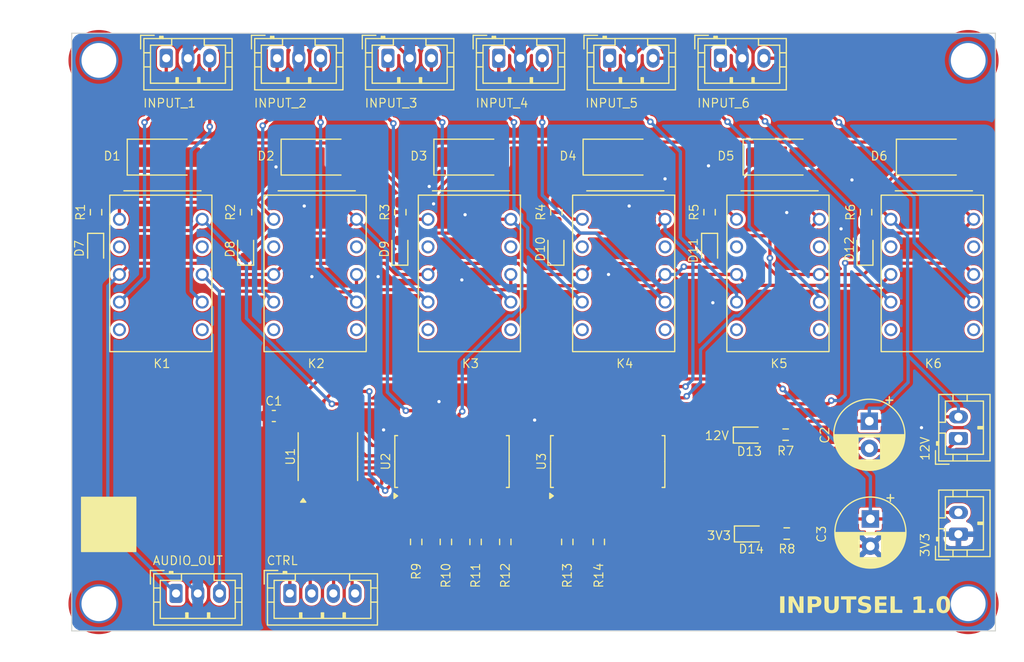
<source format=kicad_pcb>
(kicad_pcb (version 20240108) (generator "pcbnew") (generator_version "8.0")
  (layers (0 "F.Cu" mixed) (31 "B.Cu" mixed) (34 "B.Paste" user) (35 "F.Paste" user) (36 "B.SilkS" user "B.Silkscreen") (37 "F.SilkS" user "F.Silkscreen") (38 "B.Mask" user) (39 "F.Mask" user) (44 "Edge.Cuts" user))
  (net 0 "")
  (net 1 "AGND")
  (net 2 "RCA1_L")
  (net 3 "RCA1_R")
  (net 4 "RCA2_L")
  (net 5 "RCA2_R")
  (net 6 "RCA3_L")
  (net 7 "RCA4_L")
  (net 8 "RCA4_R")
  (net 9 "RCA3_R")
  (net 12 "12V")
  (net 14 "CTRL2")
  (net 15 "CTRL1")
  (net 16 "OUT_R")
  (net 17 "OUT_L")
  (net 19 "CTRL3")
  (net 20 "EN")
  (net 24 "Net-(D1-A)")
  (net 26 "GND")
  (net 27 "RELAY_GND")
  (net 28 "Net-(D2-A)")
  (net 29 "3V3")
  (net 30 "Net-(D7-A)")
  (net 31 "Net-(D10-K)")
  (net 32 "Net-(D8-A)")
  (net 33 "Net-(D9-A)")
  (net 34 "Net-(D10-A)")
  (net 35 "RELAY2")
  (net 36 "RELAY3")
  (net 37 "RELAY1")
  (net 38 "RELAY4")
  (net 39 "Net-(D11-A)")
  (net 40 "Net-(D12-A)")
  (net 43 "RCA5_L")
  (net 44 "RCA5_R")
  (net 45 "Net-(R12-Pad1)")
  (net 46 "RELAY5")
  (net 47 "Net-(D13-A)")
  (net 48 "Net-(D14-A)")
  (net 49 "RCA6_R")
  (net 52 "RCA6_L")
  (net 53 "Net-(R14-Pad1)")
  (net 54 "RELAY6")
  (net 55 "Net-(D11-K)")
  (net 56 "Net-(D12-K)")
  (net 57 "Net-(R9-Pad1)")
  (net 58 "Net-(R10-Pad1)")
  (net 59 "Net-(R11-Pad1)")
  (net 60 "Net-(R13-Pad1)")
  (net 63 "Net-(D3-A)")
  (footprint "Resistor_SMD:R_0603_1608Metric_Pad0.98x0.95mm_HandSolder" (layer "F.Cu") (at 118.1364 107.9775 -90)
    (property "Reference" "R9")
    (property "Value" "820R")
  )
  (footprint "Resistor_SMD:R_0603_1608Metric_Pad0.98x0.95mm_HandSolder" (layer "F.Cu") (at 123.6031 107.9775 -90)
    (property "Reference" "R11")
    (property "Value" "820R")
  )
  (footprint "LED_SMD:LED_0603_1608Metric" (layer "F.Cu") (at 148.9064 107.245)
    (property "Reference" "D14")
    (property "Value" "BLUE")
  )
  (footprint "MountingHole:MountingHole_3.2mm_M3_DIN965_Pad_TopOnly" (layer "F.Cu") (at 168.9364 113.665)
    (property "Reference" "H4" (hide yes))
    (property "Value" "MountingHole")
  )
  (footprint "Resistor_SMD:R_0603_1608Metric_Pad0.98x0.95mm_HandSolder" (layer "F.Cu") (at 134.9414 107.9775 90)
    (property "Reference" "R14")
    (property "Value" "820R")
  )
  (footprint "Resistor_SMD:R_0603_1608Metric_Pad0.98x0.95mm_HandSolder" (layer "F.Cu") (at 145.1364 77.635 90)
    (property "Reference" "R5")
    (property "Value" "4.7K")
  )
  (footprint "Package_SO:SOP-16_4.55x10.3mm_P1.27mm" (layer "F.Cu") (at 121.4314 100.5775 90)
    (property "Reference" "U2")
    (property "Value" "TCMT4600")
  )
  (footprint "LED_SMD:LED_0603_1608Metric" (layer "F.Cu") (at 116.6364 81.025 90)
    (property "Reference" "D9")
    (property "Value" "RED")
  )
  (footprint "Custom:KEMET EA2" (layer "F.Cu") (at 151.4284 83.365 -90)
    (property "Reference" "K5")
    (property "Value" "EC2-5NU")
  )
  (footprint "Diode_SMD:D_SMA" (layer "F.Cu") (at 123.2764 72.565)
    (property "Reference" "D3")
    (property "Value" "D")
  )
  (footprint "Diode_SMD:D_SMA" (layer "F.Cu") (at 95.0564 72.565)
    (property "Reference" "D1")
    (property "Value" "D")
  )
  (footprint "Connector_JST:JST_PH_B3B-PH-K_1x03_P2.00mm_Vertical" (layer "F.Cu") (at 115.5364 63.465)
    (property "Reference" "J3" (hide yes))
    (property "Value" "Conn_01x03_Pin")
  )
  (footprint "LED_SMD:LED_0603_1608Metric" (layer "F.Cu") (at 88.6364 81.065 -90)
    (property "Reference" "D7")
    (property "Value" "RED")
  )
  (footprint "Diode_SMD:D_SMA" (layer "F.Cu") (at 109.2164 72.565)
    (property "Reference" "D2")
    (property "Value" "D")
  )
  (footprint "Resistor_SMD:R_0603_1608Metric_Pad0.98x0.95mm_HandSolder" (layer "F.Cu") (at 120.8697 107.9775 -90)
    (property "Reference" "R10")
    (property "Value" "820R")
  )
  (footprint "Resistor_SMD:R_0603_1608Metric_Pad0.98x0.95mm_HandSolder" (layer "F.Cu") (at 88.6764 77.635 90)
    (property "Reference" "R1")
    (property "Value" "4.7K")
  )
  (footprint "LED_SMD:LED_0603_1608Metric" (layer "F.Cu") (at 130.9964 81.025 90)
    (property "Reference" "D10")
    (property "Value" "RED")
  )
  (footprint "MountingHole:MountingHole_3.2mm_M3_DIN965_Pad_TopOnly" (layer "F.Cu") (at 88.9364 63.665)
    (property "Reference" "H1" (hide yes))
    (property "Value" "MountingHole")
  )
  (footprint "Capacitor_SMD:C_0603_1608Metric" (layer "F.Cu") (at 105.0364 96.39 180)
    (property "Reference" "C1")
    (property "Value" "0.1u")
  )
  (footprint "Capacitor_THT:CP_Radial_D6.3mm_P2.50mm" (layer "F.Cu") (at 159.9364 105.865 -90)
    (property "Reference" "C3")
    (property "Value" "470u")
  )
  (footprint "Connector_JST:JST_PH_B3B-PH-K_1x03_P2.00mm_Vertical" (layer "F.Cu") (at 146.1364 63.465)
    (property "Reference" "J6" (hide yes))
    (property "Value" "Conn_01x03_Pin")
  )
  (footprint "Resistor_SMD:R_0603_1608Metric_Pad0.98x0.95mm_HandSolder" (layer "F.Cu") (at 159.5364 77.635 90)
    (property "Reference" "R6")
    (property "Value" "4.7K")
  )
  (footprint "LED_SMD:LED_0603_1608Metric" (layer "F.Cu") (at 159.4364 81.025 90)
    (property "Reference" "D12")
    (property "Value" "RED")
  )
  (footprint "Connector_JST:JST_PH_B3B-PH-K_1x03_P2.00mm_Vertical" (layer "F.Cu") (at 105.3364 63.465)
    (property "Reference" "J2" (hide yes))
    (property "Value" "Conn_01x03_Pin")
  )
  (footprint "Connector_JST:JST_PH_B3B-PH-K_1x03_P2.00mm_Vertical" (layer "F.Cu") (at 95.1364 63.465)
    (property "Reference" "J1" (hide yes))
    (property "Value" "Conn_01x03_Pin")
  )
  (footprint "Custom:KEMET EA2" (layer "F.Cu") (at 165.6264 83.365 -90)
    (property "Reference" "K6")
    (property "Value" "EC2-5NU")
  )
  (footprint "Diode_SMD:D_SMA" (layer "F.Cu") (at 151.7364 72.565)
    (property "Reference" "D5")
    (property "Value" "D")
  )
  (footprint "Diode_SMD:D_SMA" (layer "F.Cu") (at 137.0064 72.565)
    (property "Reference" "D4")
    (property "Value" "D")
  )
  (footprint "Connector_JST:JST_PH_B3B-PH-K_1x03_P2.00mm_Vertical" (layer "F.Cu") (at 96.0364 112.715)
    (property "Reference" "J9" (hide yes))
    (property "Value" "Conn_01x03_Pin")
  )
  (footprint "Custom:KEMET EA2" (layer "F.Cu") (at 94.6364 83.365 -90)
    (property "Reference" "K1")
    (property "Value" "EC2-5NU")
  )
  (footprint "Resistor_SMD:R_0603_1608Metric_Pad0.98x0.95mm_HandSolder" (layer "F.Cu") (at 152.2364 107.205)
    (property "Reference" "R8")
    (property "Value" "150R")
  )
  (footprint "Resistor_SMD:R_0603_1608Metric_Pad0.98x0.95mm_HandSolder" (layer "F.Cu") (at 116.6764 77.635 90)
    (property "Reference" "R3")
    (property "Value" "4.7K")
  )
  (footprint "LED_SMD:LED_0603_1608Metric" (layer "F.Cu") (at 102.4397 81.025 90)
    (property "Reference" "D8")
    (property "Value" "RED")
  )
  (footprint "Package_SO:TSSOP-16_4.4x5mm_P0.65mm" (layer "F.Cu") (at 110.0114 100.1275 90)
    (property "Reference" "U1")
    (property "Value" "CD74AC238")
  )
  (footprint "LED_SMD:LED_0603_1608Metric" (layer "F.Cu") (at 145.1364 81.065 -90)
    (property "Reference" "D11")
    (property "Value" "RED")
  )
  (footprint "Package_SO:SOP-16_4.55x10.3mm_P1.27mm" (layer "F.Cu") (at 135.7614 100.5775 90)
    (property "Reference" "U3")
    (property "Value" "TCMT4600")
  )
  (footprint "Connector_JST:JST_PH_B3B-PH-K_1x03_P2.00mm_Vertical" (layer "F.Cu") (at 135.9364 63.465)
    (property "Reference" "J5" (hide yes))
    (property "Value" "Conn_01x03_Pin")
  )
  (footprint "Resistor_SMD:R_0603_1608Metric_Pad0.98x0.95mm_HandSolder" (layer "F.Cu") (at 126.3364 107.9775 -90)
    (property "Reference" "R12")
    (property "Value" "820R")
  )
  (footprint "Diode_SMD:D_SMA" (layer "F.Cu") (at 165.8364 72.565)
    (property "Reference" "D6")
    (property "Value" "D")
  )
  (footprint "Resistor_SMD:R_0603_1608Metric_Pad0.98x0.95mm_HandSolder" (layer "F.Cu") (at 131.0364 77.635 90)
    (property "Reference" "R4")
    (property "Value" "4.7K")
  )
  (footprint "Connector_JST:JST_PH_B2B-PH-K_1x02_P2.00mm_Vertical" (layer "F.Cu") (at 168.0364 107.265 90)
    (property "Reference" "J8" (hide yes))
    (property "Value" "Conn_01x02_Pin")
  )
  (footprint "Custom:KEMET EA2" (layer "F.Cu") (at 137.2304 83.365 -90)
    (property "Reference" "K4")
    (property "Value" "EC2-5NU")
  )
  (footprint "Resistor_SMD:R_0603_1608Metric_Pad0.98x0.95mm_HandSolder" (layer "F.Cu") (at 152.1364 98.105)
    (property "Reference" "R7")
    (property "Value" "75R")
  )
  (footprint "MountingHole:MountingHole_3.2mm_M3_DIN965_Pad_TopOnly" (layer "F.Cu") (at 88.9364 113.665)
    (property "Reference" "H3" (hide yes))
    (property "Value" "MountingHole")
  )
  (footprint "Connector_JST:JST_PH_B4B-PH-K_1x04_P2.00mm_Vertical" (layer "F.Cu") (at 106.5114 112.715)
    (property "Reference" "J10" (hide yes))
    (property "Value" "Conn_01x04_Pin")
  )
  (footprint "MountingHole:MountingHole_3.2mm_M3_DIN965_Pad_TopOnly" (layer "F.Cu") (at 168.9364 63.665)
    (property "Reference" "H2" (hide yes))
    (property "Value" "MountingHole")
  )
  (footprint "Resistor_SMD:R_0603_1608Metric_Pad0.98x0.95mm_HandSolder" (layer "F.Cu") (at 102.4797 77.635 90)
    (property "Reference" "R2")
    (property "Value" "4.7K")
  )
  (footprint "Resistor_SMD:R_0603_1608Metric_Pad0.98x0.95mm_HandSolder" (layer "F.Cu") (at 132.0414 107.9775 90)
    (property "Reference" "R13")
    (property "Value" "820R")
  )
  (footprint "Custom:KEMET EA2" (layer "F.Cu") (at 123.0324 83.365 -90)
    (property "Reference" "K3")
    (property "Value" "EC2-5NU")
  )
  (footprint "LED_SMD:LED_0603_1608Metric" (layer "F.Cu") (at 148.8064 98.145)
    (property "Reference" "D13")
    (property "Value" "RED")
  )
  (footprint "Connector_JST:JST_PH_B2B-PH-K_1x02_P2.00mm_Vertical" (layer "F.Cu") (at 168.0364 98.465 90)
    (property "Reference" "J7" (hide yes))
    (property "Value" "Conn_01x02_Pin")
  )
  (footprint "Capacitor_THT:CP_Radial_D6.3mm_P2.50mm" (layer "F.Cu") (at 159.8364 96.865 -90)
    (property "Reference" "C2")
    (property "Value" "470u")
  )
  (footprint "Custom:KEMET EA2" (layer "F.Cu") (at 108.8344 83.365 -90)
    (property "Reference" "K2")
    (property "Value" "EC2-5NU")
  )
  (footprint "Connector_JST:JST_PH_B3B-PH-K_1x03_P2.00mm_Vertical" (layer "F.Cu") (at 125.7364 63.465)
    (property "Reference" "J4" (hide yes))
    (property "Value" "Conn_01x03_Pin")
  )
  (gr_rect (start 87.3364 103.865) (end 92.3364 108.865) (stroke (width 0.1)) (fill solid) (layer "F.SilkS"))
  (gr_line (start 171.4364 61.165) (end 171.4364 116.165) (stroke (width 0.1)) (layer "Edge.Cuts"))
  (gr_line (start 86.4364 61.165) (end 86.4364 116.165) (stroke (width 0.1)) (layer "Edge.Cuts"))
  (gr_line (start 171.4364 116.165) (end 86.4364 116.165) (stroke (width 0.1)) (layer "Edge.Cuts"))
  (gr_line (start 86.4364 61.165) (end 171.4364 61.165) (stroke (width 0.1)) (layer "Edge.Cuts"))
  (gr_text "AUDIO_OUT" (at 93.8364 110.165 0) (layer "F.SilkS") (effects (font (size 0.8 0.8) (thickness 0.1)) (justify left bottom)))
  (gr_text "CTRL" (at 104.3114 110.165 0) (layer "F.SilkS") (effects (font (size 0.8 0.8) (thickness 0.1)) (justify left bottom)))
  (gr_text "12V" (at 144.6364 98.665 0) (layer "F.SilkS") (effects (font (size 0.8 0.8) (thickness 0.1)) (justify left bottom)))
  (gr_text "3V3" (at 165.4364 109.425 90) (layer "F.SilkS") (effects (font (size 0.8 0.8) (thickness 0.1)) (justify left bottom)))
  (gr_text "INPUT_4" (at 123.54308 68.065 0) (layer "F.SilkS") (effects (font (size 0.8 0.8) (thickness 0.1)) (justify left bottom)))
  (gr_text "INPUT_6\n" (at 143.9364 68.065 0) (layer "F.SilkS") (effects (font (size 0.8 0.8) (thickness 0.1)) (justify left bottom)))
  (gr_text "INPUT_3" (at 113.34642 68.065 0) (layer "F.SilkS") (effects (font (size 0.8 0.8) (thickness 0.1)) (justify left bottom)))
  (gr_text "INPUT_5" (at 133.6364 68.065 0) (layer "F.SilkS") (effects (font (size 0.8 0.8) (thickness 0.1)) (justify left bottom)))
  (gr_text "INPUTSEL 1.0" (at 151.4364 114.765 0) (layer "F.SilkS") (effects (font (size 1.5 1.5) (thickness 0.1) (bold yes)) (justify left bottom)))
  (gr_text "INPUT_2" (at 103.14976 68.065 0) (layer "F.SilkS") (effects (font (size 0.8 0.8) (thickness 0.1)) (justify left bottom)))
  (gr_text "INPUT_1" (at 92.9531 68.065 0) (layer "F.SilkS") (effects (font (size 0.8 0.8) (thickness 0.1)) (justify left bottom)))
  (gr_text "12V" (at 165.4364 100.565 90) (layer "F.SilkS") (effects (font (size 0.8 0.8) (thickness 0.1)) (justify left bottom)))
  (gr_text "3V3" (at 144.8364 107.865 0) (layer "F.SilkS") (effects (font (size 0.8 0.8) (thickness 0.1)) (justify left bottom)))
  (segment (start 116.258 62.1868) (end 117.536 63.465) (width 0.3) (layer "F.Cu") (net 1))
  (segment (start 129.014 62.1873) (end 127.736 63.465) (width 0.3) (layer "F.Cu") (net 1))
  (segment (start 137.936 63.465) (end 136.659 62.1873) (width 0.3) (layer "F.Cu") (net 1))
  (segment (start 139.276 62.1253) (end 137.936 63.465) (width 0.3) (layer "F.Cu") (net 1))
  (segment (start 126.458 62.1868) (end 116.258 62.1868) (width 0.3) (layer "F.Cu") (net 1))
  (segment (start 107.336 62.1868) (end 107.336 63.465) (width 0.3) (layer "F.Cu") (net 1))
  (segment (start 127.736 63.465) (end 126.458 62.1868) (width 0.3) (layer "F.Cu") (net 1))
  (segment (start 146.797 62.1253) (end 139.276 62.1253) (width 0.3) (layer "F.Cu") (net 1))
  (segment (start 136.659 62.1873) (end 129.014 62.1873) (width 0.3) (layer "F.Cu") (net 1))
  (segment (start 148.136 63.465) (end 146.797 62.1253) (width 0.3) (layer "F.Cu") (net 1))
  (segment (start 107.336 62.1868) (end 116.258 62.1868) (width 0.3) (layer "F.Cu") (net 1))
  (segment (start 97.1364 63.465) (end 98.4146 62.1868) (width 0.3) (layer "F.Cu") (net 1))
  (segment (start 98.4146 62.1868) (end 107.336 62.1868) (width 0.3) (layer "F.Cu") (net 1))
  (segment (start 98.0364 112.715) (end 96.8243 111.503) (width 0.3) (layer "B.Cu") (net 1))
  (segment (start 93.1364 69.365) (end 95.1364 67.365) (width 0.3) (layer "F.Cu") (net 2))
  (segment (start 95.1364 67.365) (end 95.1364 63.465) (width 0.3) (layer "F.Cu") (net 2))
  (via (at 93.1364 69.365) (size 0.6) (drill 0.3) (layers "F.Cu" "B.Cu") (net 2))
  (segment (start 90.8264 85.905) (end 93.1364 83.595) (width 0.3) (layer "B.Cu") (net 2))
  (segment (start 93.1364 83.595) (end 93.1364 69.365) (width 0.3) (layer "B.Cu") (net 2))
  (segment (start 99.1364 69.765) (end 99.1364 63.465) (width 0.3) (layer "F.Cu") (net 3))
  (via (at 99.1364 69.765) (size 0.6) (drill 0.3) (layers "F.Cu" "B.Cu") (net 3))
  (segment (start 97.4278 84.8864) (end 97.4278 71.9736) (width 0.3) (layer "B.Cu") (net 3))
  (segment (start 98.4464 85.905) (end 97.4278 84.8864) (width 0.3) (layer "B.Cu") (net 3))
  (segment (start 97.4278 71.9736) (end 99.1364 70.265) (width 0.3) (layer "B.Cu") (net 3))
  (segment (start 99.1364 70.265) (end 99.1364 69.765) (width 0.3) (layer "B.Cu") (net 3))
  (segment (start 105.336 65.9039) (end 105.336 63.465) (width 0.3) (layer "F.Cu") (net 4))
  (segment (start 104.014 69.665) (end 105.336 68.3428) (width 0.3) (layer "F.Cu") (net 4))
  (segment (start 105.3364 65.9035) (end 105.3364 63.465) (width 0.3) (layer "F.Cu") (net 4))
  (segment (start 105.336 65.9039) (end 105.3364 65.9035) (width 0.3) (layer "F.Cu") (net 4))
  (segment (start 105.336 68.3428) (end 105.336 65.9039) (width 0.3) (layer "F.Cu") (net 4))
  (via (at 104.014 69.665) (size 0.6) (drill 0.3) (layers "F.Cu" "B.Cu") (net 4))
  (segment (start 104.519 85.3999) (end 104.5193 85.3999) (width 0.3) (layer "B.Cu") (net 4))
  (segment (start 105.024 85.905) (end 104.519 85.3999) (width 0.3) (layer "B.Cu") (net 4))
  (segment (start 104.5193 85.3999) (end 105.0244 85.905) (width 0.3) (layer "B.Cu") (net 4))
  (segment (start 104.519 85.3999) (end 104.014 84.8948) (width 0.3) (layer "B.Cu") (net 4))
  (segment (start 104.014 84.8948) (end 104.014 69.665) (width 0.3) (layer "B.Cu") (net 4))
  (segment (start 109.336 66.415) (end 109.3364 66.4146) (width 0.3) (layer "F.Cu") (net 5))
  (segment (start 109.336 66.415) (end 109.336 63.465) (width 0.3) (layer "F.Cu") (net 5))
  (segment (start 109.336 69.365) (end 109.336 66.415) (width 0.3) (layer "F.Cu") (net 5))
  (segment (start 109.3364 66.4146) (end 109.3364 63.465) (width 0.3) (layer "F.Cu") (net 5))
  (via (at 109.336 69.365) (size 0.6) (drill 0.3) (layers "F.Cu" "B.Cu") (net 5))
  (segment (start 111.7369 84.9975) (end 112.6444 85.905) (width 0.3) (layer "B.Cu") (net 5))
  (segment (start 109.336 82.597) (end 109.336 69.365) (width 0.3) (layer "B.Cu") (net 5))
  (segment (start 111.7365 84.9975) (end 111.7369 84.9975) (width 0.3) (layer "B.Cu") (net 5))
  (segment (start 112.644 85.905) (end 111.7365 84.9975) (width 0.3) (layer "B.Cu") (net 5))
  (segment (start 111.7365 84.9975) (end 109.336 82.597) (width 0.3) (layer "B.Cu") (net 5))
  (segment (start 115.536 68.965) (end 115.536 66.215) (width 0.3) (layer "F.Cu") (net 6))
  (segment (start 115.536 66.215) (end 115.536 63.465) (width 0.3) (layer "F.Cu") (net 6))
  (segment (start 116.036 69.465) (end 115.536 68.965) (width 0.3) (layer "F.Cu") (net 6))
  (segment (start 115.536 66.215) (end 115.5364 66.2146) (width 0.3) (layer "F.Cu") (net 6))
  (segment (start 115.5364 66.2146) (end 115.5364 63.465) (width 0.3) (layer "F.Cu") (net 6))
  (via (at 116.036 69.465) (size 0.6) (drill 0.3) (layers "F.Cu" "B.Cu") (net 6))
  (segment (start 119.222 85.905) (end 118.3145 84.9975) (width 0.3) (layer "B.Cu") (net 6))
  (segment (start 118.3145 84.9975) (end 118.3149 84.9975) (width 0.3) (layer "B.Cu") (net 6))
  (segment (start 118.3145 84.9975) (end 116.036 82.719) (width 0.3) (layer "B.Cu") (net 6))
  (segment (start 118.3149 84.9975) (end 119.2224 85.905) (width 0.3) (layer "B.Cu") (net 6))
  (segment (start 116.036 82.719) (end 116.036 69.465) (width 0.3) (layer "B.Cu") (net 6))
  (segment (start 125.736 65.715) (end 125.7364 65.7146) (width 0.3) (layer "F.Cu") (net 7))
  (segment (start 125.736 65.715) (end 125.736 63.465) (width 0.3) (layer "F.Cu") (net 7))
  (segment (start 127.136 69.365) (end 125.736 67.965) (width 0.3) (layer "F.Cu") (net 7))
  (segment (start 125.736 67.965) (end 125.736 65.715) (width 0.3) (layer "F.Cu") (net 7))
  (segment (start 125.7364 65.7146) (end 125.7364 63.465) (width 0.3) (layer "F.Cu") (net 7))
  (via (at 127.136 69.365) (size 0.6) (drill 0.3) (layers "F.Cu" "B.Cu") (net 7))
  (segment (start 127.136 69.365) (end 127.136 77.285) (width 0.3) (layer "B.Cu") (net 7))
  (segment (start 128.405 79.0699) (end 128.405 80.8897) (width 0.3) (layer "B.Cu") (net 7))
  (segment (start 127.136 77.285) (end 127.257 77.285) (width 0.3) (layer "B.Cu") (net 7))
  (segment (start 127.842 78.5072) (end 128.405 79.0699) (width 0.3) (layer "B.Cu") (net 7))
  (segment (start 128.405 80.8897) (end 133.42 85.905) (width 0.3) (layer "B.Cu") (net 7))
  (segment (start 127.842 77.8708) (end 127.842 78.5072) (width 0.3) (layer "B.Cu") (net 7))
  (segment (start 127.257 77.285) (end 127.842 77.8708) (width 0.3) (layer "B.Cu") (net 7))
  (segment (start 129.736 66.4142) (end 129.736 63.465) (width 0.3) (layer "F.Cu") (net 8))
  (segment (start 129.738 69.365) (end 129.736 69.3635) (width 0.3) (layer "F.Cu") (net 8))
  (segment (start 129.736 66.4142) (end 129.7364 66.4138) (width 0.3) (layer "F.Cu") (net 8))
  (segment (start 129.7364 66.4138) (end 129.7364 63.465) (width 0.3) (layer "F.Cu") (net 8))
  (segment (start 129.736 69.3635) (end 129.736 66.4142) (width 0.3) (layer "F.Cu") (net 8))
  (via (at 129.738 69.365) (size 0.6) (drill 0.3) (layers "F.Cu" "B.Cu") (net 8))
  (segment (start 133.224 79.555) (end 129.738 76.0694) (width 0.3) (layer "B.Cu") (net 8))
  (segment (start 140.1325 84.9975) (end 140.1329 84.9975) (width 0.3) (layer "B.Cu") (net 8))
  (segment (start 134.69 79.555) (end 133.224 79.555) (width 0.3) (layer "B.Cu") (net 8))
  (segment (start 140.1329 84.9975) (end 141.0404 85.905) (width 0.3) (layer "B.Cu") (net 8))
  (segment (start 140.1325 84.9975) (end 134.69 79.555) (width 0.3) (layer "B.Cu") (net 8))
  (segment (start 129.738 76.0694) (end 129.738 69.365) (width 0.3) (layer "B.Cu") (net 8))
  (segment (start 141.04 85.905) (end 140.1325 84.9975) (width 0.3) (layer "B.Cu") (net 8))
  (segment (start 120.538 69.365) (end 119.536 68.3633) (width 0.3) (layer "F.Cu") (net 9))
  (segment (start 119.536 65.9141) (end 119.5364 65.9137) (width 0.3) (layer "F.Cu") (net 9))
  (segment (start 119.536 68.3633) (end 119.536 65.9141) (width 0.3) (layer "F.Cu") (net 9))
  (segment (start 119.5364 65.9137) (end 119.5364 63.465) (width 0.3) (layer "F.Cu") (net 9))
  (segment (start 119.536 65.9141) (end 119.536 63.465) (width 0.3) (layer "F.Cu") (net 9))
  (via (at 120.538 69.365) (size 0.6) (drill 0.3) (layers "F.Cu" "B.Cu") (net 9))
  (segment (start 125.9345 84.9975) (end 120.538 79.6007) (width 0.3) (layer "B.Cu") (net 9))
  (segment (start 125.9349 84.9975) (end 126.8424 85.905) (width 0.3) (layer "B.Cu") (net 9))
  (segment (start 120.538 79.6007) (end 120.538 69.365) (width 0.3) (layer "B.Cu") (net 9))
  (segment (start 126.842 85.905) (end 125.9345 84.9975) (width 0.3) (layer "B.Cu") (net 9))
  (segment (start 125.9345 84.9975) (end 125.9349 84.9975) (width 0.3) (layer "B.Cu") (net 9))
  (segment (start 121.276 72.565) (end 122.1993 71.6421) (width 0.3) (layer "F.Cu") (net 12))
  (segment (start 146.5734 77.24) (end 146.5733 77.24) (width 0.3) (layer "F.Cu") (net 12))
  (segment (start 135.006 71.8728) (end 135.0064 71.8732) (width 0.3) (layer "F.Cu") (net 12))
  (segment (start 121.2764 74.4012) (end 119.6047 76.0729) (width 0.3) (layer "F.Cu") (net 12))
  (segment (start 135.006 71.8728) (end 135.006 72.565) (width 0.3) (layer "F.Cu") (net 12))
  (segment (start 168.036 96.465) (end 161.438 96.465) (width 0.3) (layer "F.Cu") (net 12))
  (segment (start 159.836 96.865) (end 154.289 96.865) (width 0.3) (layer "F.Cu") (net 12))
  (segment (start 161.8164 78.285) (end 161.1903 77.6589) (width 0.3) (layer "F.Cu") (net 12))
  (segment (start 117.326 76.0729) (end 112.515 71.2623) (width 0.3) (layer "F.Cu") (net 12))
  (segment (start 94.3632 71.2582) (end 93.0564 72.565) (width 0.3) (layer "F.Cu") (net 12))
  (segment (start 146.056 76.2455) (end 146.056 76.7225) (width 0.3) (layer "F.Cu") (net 12))
  (segment (start 154.289 96.865) (end 153.669 97.485) (width 0.3) (layer "F.Cu") (net 12))
  (segment (start 135.006 71.1806) (end 149.736 71.1806) (width 0.3) (layer "F.Cu") (net 12))
  (segment (start 163.144 71.8728) (end 163.1442 71.8728) (width 0.3) (layer "F.Cu") (net 12))
  (segment (start 105.024 78.285) (end 104.0241 77.2848) (width 0.3) (layer "F.Cu") (net 12))
  (segment (start 162.452 71.1806) (end 163.144 71.8728) (width 0.3) (layer "F.Cu") (net 12))
  (segment (start 116.6764 76.7225) (end 116.6762 76.7223) (width 0.3) (layer "F.Cu") (net 12))
  (segment (start 168.036 96.465) (end 168.0364 96.465) (width 0.3) (layer "F.Cu") (net 12))
  (segment (start 107.216 72.968) (end 106.0403 74.1439) (width 0.3) (layer "F.Cu") (net 12))
  (segment (start 159.5364 76.7225) (end 159.536 76.7225) (width 0.3) (layer "F.Cu") (net 12))
  (segment (start 160.432 96.865) (end 159.8364 96.865) (width 0.3) (layer "F.Cu") (net 12))
  (segment (start 153.6689 97.485) (end 153.0489 98.105) (width 0.3) (layer "F.Cu") (net 12))
  (segment (start 147.618 78.285) (end 146.5733 77.24) (width 0.3) (layer "F.Cu") (net 12))
  (segment (start 102.4797 76.7225) (end 90.8264 76.7225) (width 0.3) (layer "F.Cu") (net 12))
  (segment (start 106.563 71.9116) (end 107.2164 72.565) (width 0.3) (layer "F.Cu") (net 12))
  (segment (start 163.836 72.565) (end 160.254 76.1475) (width 0.3) (layer "F.Cu") (net 12))
  (segment (start 135.006 72.565) (end 131.0364 76.5346) (width 0.3) (layer "F.Cu") (net 12))
  (segment (start 104.0242 77.2848) (end 104.0241 77.2848) (width 0.3) (layer "F.Cu") (net 12))
  (segment (start 121.2764 72.565) (end 122.1993 71.6421) (width 0.3) (layer "F.Cu") (net 12))
  (segment (start 147.6184 78.285) (end 146.5734 77.24) (width 0.3) (layer "F.Cu") (net 12))
  (segment (start 116.676 76.7225) (end 118.239 78.285) (width 0.3) (layer "F.Cu") (net 12))
  (segment (start 149.7364 71.2642) (end 149.736 71.2638) (width 0.3) (layer "F.Cu") (net 12))
  (segment (start 120.834 72.565) (end 117.326 76.0729) (width 0.3) (layer "F.Cu") (net 12))
  (segment (start 161.438 96.465) (end 161.038 96.865) (width 0.3) (layer "F.Cu") (net 12))
  (segment (start 90.8264 76.7225) (end 88.6764 76.7225) (width 0.3) (layer "F.Cu") (net 12))
  (segment (start 161.038 96.865) (end 160.432 96.865) (width 0.3) (layer "F.Cu") (net 12))
  (segment (start 149.7364 72.565) (end 149.7364 71.2642) (width 0.3) (layer "F.Cu") (net 12))
  (segment (start 122.661 71.1806) (end 135.006 71.1806) (width 0.3) (layer "F.Cu") (net 12))
  (segment (start 145.1364 76.7225) (end 145.136 76.7225) (width 0.3) (layer "F.Cu") (net 12))
  (segment (start 131.642 77.3283) (end 132.599 78.285) (width 0.3) (layer "F.Cu") (net 12))
  (segment (start 90.8264 76.7225) (end 90.8264 78.285) (width 0.3) (layer "F.Cu") (net 12))
  (segment (start 118.239 78.285) (end 119.222 78.285) (width 0.3) (layer "F.Cu") (net 12))
  (segment (start 119.6047 76.0729) (end 117.326 76.0729) (width 0.3) (layer "F.Cu") (net 12))
  (segment (start 131.036 76.7225) (end 131.642 77.3283) (width 0.3) (layer "F.Cu") (net 12))
  (segment (start 131.0364 76.5346) (end 131.0364 76.7225) (width 0.3) (layer "F.Cu") (net 12))
  (segment (start 153.669 97.485) (end 153.049 98.105) (width 0.3) (layer "F.Cu") (net 12))
  (segment (start 132.599 78.285) (end 133.42 78.285) (width 0.3) (layer "F.Cu") (net 12))
  (segment (start 163.1442 71.8728) (end 163.8364 72.565) (width 0.3) (layer "F.Cu") (net 12))
  (segment (start 161.035 77.5037) (end 160.254 76.7225) (width 0.3) (layer "F.Cu") (net 12))
  (segment (start 146.5733 77.24) (end 146.056 76.7225) (width 0.3) (layer "F.Cu") (net 12))
  (segment (start 117.326 76.0729) (end 116.6762 76.7223) (width 0.3) (layer "F.Cu") (net 12))
  (segment (start 149.736 71.2638) (end 149.736 72.565) (width 0.3) (layer "F.Cu") (net 12))
  (segment (start 104.0241 77.2848) (end 103.462 76.7225) (width 0.3) (layer "F.Cu") (net 12))
  (segment (start 105.91 71.2582) (end 94.3632 71.2582) (width 0.3) (layer "F.Cu") (net 12))
  (segment (start 131.642 77.3281) (end 131.642 77.3283) (width 0.3) (layer "F.Cu") (net 12))
  (segment (start 131.0364 76.7225) (end 131.642 77.3281) (width 0.3) (layer "F.Cu") (net 12))
  (segment (start 133.42 78.285) (end 133.4204 78.285) (width 0.3) (layer "F.Cu") (net 12))
  (segment (start 107.2164 72.565) (end 107.2164 72.9678) (width 0.3) (layer "F.Cu") (net 12))
  (segment (start 119.222 78.285) (end 119.2224 78.285) (width 0.3) (layer "F.Cu") (net 12))
  (segment (start 116.6762 76.7223) (end 116.676 76.7225) (width 0.3) (layer "F.Cu") (net 12))
  (segment (start 107.2164 72.9678) (end 106.0403 74.1439) (width 0.3) (layer "F.Cu") (net 12))
  (segment (start 135.006 71.1806) (end 135.006 71.8728) (width 0.3) (layer "F.Cu") (net 12))
  (segment (start 161.816 78.285) (end 161.035 77.5037) (width 0.3) (layer "F.Cu") (net 12))
  (segment (start 163.144 71.8728) (end 163.836 72.565) (width 0.3) (layer "F.Cu") (net 12))
  (segment (start 160.254 76.1475) (end 160.254 76.7225) (width 0.3) (layer "F.Cu") (net 12))
  (segment (start 146.056 76.7225) (end 145.1364 76.7225) (width 0.3) (layer "F.Cu") (net 12))
  (segment (start 106.563 71.9116) (end 105.91 71.2582) (width 0.3) (layer "F.Cu") (net 12))
  (segment (start 122.1993 71.6421) (end 122.661 71.1806) (width 0.3) (layer "F.Cu") (net 12))
  (segment (start 131.0364 76.5346) (end 131.036 76.535) (width 0.3) (layer "F.Cu") (net 12))
  (segment (start 149.736 71.1806) (end 162.452 71.1806) (width 0.3) (layer "F.Cu") (net 12))
  (segment (start 153.669 97.485) (end 153.6689 97.485) (width 0.3) (layer "F.Cu") (net 12))
  (segment (start 108.519 71.2623) (end 107.216 72.565) (width 0.3) (layer "F.Cu") (net 12))
  (segment (start 105.0244 78.285) (end 104.0242 77.2848) (width 0.3) (layer "F.Cu") (net 12))
  (segment (start 121.2764 72.565) (end 121.2764 74.4012) (width 0.3) (layer "F.Cu") (net 12))
  (segment (start 161.1902 77.6589) (end 161.035 77.5037) (width 0.3) (layer "F.Cu") (net 12))
  (segment (start 107.216 72.565) (end 106.563 71.9116) (width 0.3) (layer "F.Cu") (net 12))
  (segment (start 112.515 71.2623) (end 108.519 71.2623) (width 0.3) (layer "F.Cu") (net 12))
  (segment (start 149.736 71.1806) (end 149.736 71.2638) (width 0.3) (layer "F.Cu") (net 12))
  (segment (start 159.836 96.865) (end 159.8364 96.865) (width 0.3) (layer "F.Cu") (net 12))
  (segment (start 160.254 76.7225) (end 159.5364 76.7225) (width 0.3) (layer "F.Cu") (net 12))
  (segment (start 149.736 72.565) (end 146.056 76.2455) (width 0.3) (layer "F.Cu") (net 12))
  (segment (start 161.1903 77.6589) (end 161.1902 77.6589) (width 0.3) (layer "F.Cu") (net 12))
  (segment (start 103.462 76.7225) (end 102.4797 76.7225) (width 0.3) (layer "F.Cu") (net 12))
  (segment (start 135.0064 71.8732) (end 135.0064 72.565) (width 0.3) (layer "F.Cu") (net 12))
  (segment (start 106.0403 74.1439) (end 103.462 76.7225) (width 0.3) (layer "F.Cu") (net 12))
  (segment (start 159.8364 96.865) (end 159.8364 95.6633) (width 0.3) (layer "B.Cu") (net 12))
  (segment (start 163.4058 90.8329) (end 163.356 90.7831) (width 0.3) (layer "B.Cu") (net 12))
  (segment (start 163.356 79.8248) (end 162.586 79.0549) (width 0.3) (layer "B.Cu") (net 12))
  (segment (start 163.356 90.7831) (end 163.356 79.8248) (width 0.3) (layer "B.Cu") (net 12))
  (segment (start 162.586 79.0549) (end 161.8164 78.2853) (width 0.3) (layer "B.Cu") (net 12))
  (segment (start 168.036 96.465) (end 168.036 95.4633) (width 0.3) (layer "B.Cu") (net 12))
  (segment (start 161.8164 78.2853) (end 161.8164 78.285) (width 0.3) (layer "B.Cu") (net 12))
  (segment (start 163.4058 93.2956) (end 163.4058 90.8329) (width 0.3) (layer "B.Cu") (net 12))
  (segment (start 159.8364 95.6633) (end 161.0381 95.6633) (width 0.3) (layer "B.Cu") (net 12))
  (segment (start 168.036 95.4633) (end 163.4058 90.8329) (width 0.3) (layer "B.Cu") (net 12))
  (segment (start 161.0381 95.6633) (end 163.4058 93.2956) (width 0.3) (layer "B.Cu") (net 12))
  (segment (start 162.586 79.0549) (end 161.816 78.285) (width 0.3) (layer "B.Cu") (net 12))
  (segment (start 108.3864 103.421) (end 108.3864 102.99) (width 0.3) (layer "F.Cu") (net 14))
  (segment (start 108.5114 112.715) (end 108.511 112.715) (width 0.3) (layer "F.Cu") (net 14))
  (segment (start 108.386 103.4214) (end 108.386 102.99) (width 0.3) (layer "F.Cu") (net 14))
  (segment (start 108.511 112.715) (end 108.386 112.59) (width 0.3) (layer "F.Cu") (net 14))
  (segment (start 108.386 103.4214) (end 108.3864 103.421) (width 0.3) (layer "F.Cu") (net 14))
  (segment (start 108.386 112.59) (end 108.386 103.4214) (width 0.3) (layer "F.Cu") (net 14))
  (segment (start 107.1235 103.6025) (end 107.1239 103.6025) (width 0.3) (layer "F.Cu") (net 15))
  (segment (start 106.511 108.465) (end 106.5114 108.4654) (width 0.3) (layer "F.Cu") (net 15))
  (segment (start 106.511 112.715) (end 106.511 108.465) (width 0.3) (layer "F.Cu") (net 15))
  (segment (start 106.511 104.215) (end 107.1235 103.6025) (width 0.3) (layer "F.Cu") (net 15))
  (segment (start 106.511 108.465) (end 106.511 104.215) (width 0.3) (layer "F.Cu") (net 15))
  (segment (start 107.1239 103.6025) (end 107.7364 102.99) (width 0.3) (layer "F.Cu") (net 15))
  (segment (start 106.5114 108.4654) (end 106.5114 112.715) (width 0.3) (layer "F.Cu") (net 15))
  (segment (start 107.1235 103.6025) (end 107.736 102.99) (width 0.3) (layer "F.Cu") (net 15))
  (segment (start 159.336 83.365) (end 160.374 82.3275) (width 0.3) (layer "F.Cu") (net 16))
  (segment (start 105.439 84.905) (end 99.9864 84.905) (width 0.3) (layer "F.Cu") (net 16))
  (segment (start 126.842 83.8809) (end 126.8424 83.8805) (width 0.3) (layer "F.Cu") (net 16))
  (segment (start 146.138 82.7015) (end 146.498 82.3417) (width 0.3) (layer "F.Cu") (net 16))
  (segment (start 126.842 84.3969) (end 140.008 84.3969) (width 0.3) (layer "F.Cu") (net 16))
  (segment (start 160.374 82.3275) (end 168.399 82.3275) (width 0.3) (layer "F.Cu") (net 16))
  (segment (start 112.644 84.3969) (end 112.076 84.965) (width 0.3) (layer "F.Cu") (net 16))
  (segment (start 151.211 83.365) (end 155.2384 83.365) (width 0.3) (layer "F.Cu") (net 16))
  (segment (start 140.008 84.3969) (end 140.5241 83.8809) (width 0.3) (layer "F.Cu") (net 16))
  (segment (start 126.8424 83.8805) (end 126.8424 83.365) (width 0.3) (layer "F.Cu") (net 16))
  (segment (start 140.5241 83.8809) (end 141.04 83.365) (width 0.3) (layer "F.Cu") (net 16))
  (segment (start 142.768 82.6467) (end 142.822 82.7015) (width 0.3) (layer "F.Cu") (net 16))
  (segment (start 155.2384 83.365) (end 159.336 83.365) (width 0.3) (layer "F.Cu") (net 16))
  (segment (start 126.842 83.8809) (end 126.842 84.3969) (width 0.3) (layer "F.Cu") (net 16))
  (segment (start 168.399 82.3275) (end 169.436 83.365) (width 0.3) (layer "F.Cu") (net 16))
  (segment (start 112.644 83.8809) (end 112.644 84.3969) (width 0.3) (layer "F.Cu") (net 16))
  (segment (start 99.9864 84.905) (end 98.4464 83.365) (width 0.3) (layer "F.Cu") (net 16))
  (segment (start 112.644 83.8809) (end 112.6444 83.8805) (width 0.3) (layer "F.Cu") (net 16))
  (segment (start 150.188 82.3417) (end 151.211 83.365) (width 0.3) (layer "F.Cu") (net 16))
  (segment (start 142.822 82.7015) (end 146.138 82.7015) (width 0.3) (layer "F.Cu") (net 16))
  (segment (start 126.474 84.765) (end 126.842 84.3969) (width 0.3) (layer "F.Cu") (net 16))
  (segment (start 112.644 83.365) (end 112.644 83.8809) (width 0.3) (layer "F.Cu") (net 16))
  (segment (start 105.499 84.965) (end 105.439 84.905) (width 0.3) (layer "F.Cu") (net 16))
  (segment (start 126.842 83.365) (end 126.842 83.8809) (width 0.3) (layer "F.Cu") (net 16))
  (segment (start 113.012 84.765) (end 126.474 84.765) (width 0.3) (layer "F.Cu") (net 16))
  (segment (start 112.644 84.3969) (end 113.012 84.765) (width 0.3) (layer "F.Cu") (net 16))
  (segment (start 140.5241 83.8809) (end 140.5245 83.8809) (width 0.3) (layer "F.Cu") (net 16))
  (segment (start 146.498 82.3417) (end 150.188 82.3417) (width 0.3) (layer "F.Cu") (net 16))
  (segment (start 140.5245 83.8809) (end 141.0404 83.365) (width 0.3) (layer "F.Cu") (net 16))
  (segment (start 112.076 84.965) (end 105.499 84.965) (width 0.3) (layer "F.Cu") (net 16))
  (segment (start 112.6444 83.8805) (end 112.6444 83.365) (width 0.3) (layer "F.Cu") (net 16))
  (via (at 142.768 82.6467) (size 0.6) (drill 0.3) (layers "F.Cu" "B.Cu") (net 16))
  (segment (start 142.049 83.365) (end 142.768 82.6467) (width 0.3) (layer "B.Cu") (net 16))
  (segment (start 141.0404 83.365) (end 142.049 83.365) (width 0.3) (layer "B.Cu") (net 16))
  (segment (start 141.04 83.365) (end 141.0404 83.365) (width 0.3) (layer "B.Cu") (net 16))
  (segment (start 100.036 112.715) (end 100.036 84.955) (width 0.3) (layer "B.Cu") (net 16))
  (segment (start 100.036 84.955) (end 98.4464 83.365) (width 0.3) (layer "B.Cu") (net 16))
  (segment (start 100.319 82.3331) (end 101.351 83.365) (width 0.3) (layer "F.Cu") (net 17))
  (segment (start 148.62 84.3667) (end 160.815 84.3667) (width 0.3) (layer "F.Cu") (net 17))
  (segment (start 161.3155 83.8658) (end 161.3156 83.8658) (width 0.3) (layer "F.Cu") (net 17))
  (segment (start 141.455 82.3633) (end 142.457 83.365) (width 0.3) (layer "F.Cu") (net 17))
  (segment (start 142.457 83.365) (end 146.7408 83.365) (width 0.3) (layer "F.Cu") (net 17))
  (segment (start 116.279 83.365) (end 118.2296 83.365) (width 0.3) (layer "F.Cu") (net 17))
  (segment (start 118.2296 83.365) (end 119.2224 83.365) (width 0.3) (layer "F.Cu") (net 17))
  (segment (start 105.024 83.365) (end 106.053 82.3365) (width 0.3) (layer "F.Cu") (net 17))
  (segment (start 132.5086 83.365) (end 133.42 83.365) (width 0.3) (layer "F.Cu") (net 17))
  (segment (start 119.222 83.365) (end 120.244 82.3438) (width 0.3) (layer "F.Cu") (net 17))
  (segment (start 106.053 82.3365) (end 115.25 82.3365) (width 0.3) (layer "F.Cu") (net 17))
  (segment (start 146.7408 83.365) (end 147.618 83.365) (width 0.3) (layer "F.Cu") (net 17))
  (segment (start 118.2296 83.365) (end 119.222 83.365) (width 0.3) (layer "F.Cu") (net 17))
  (segment (start 161.3155 83.8658) (end 161.816 83.365) (width 0.3) (layer "F.Cu") (net 17))
  (segment (start 91.8583 82.3331) (end 100.319 82.3331) (width 0.3) (layer "F.Cu") (net 17))
  (segment (start 161.3156 83.8658) (end 161.8164 83.365) (width 0.3) (layer "F.Cu") (net 17))
  (segment (start 133.42 83.365) (end 134.422 82.3633) (width 0.3) (layer "F.Cu") (net 17))
  (segment (start 120.244 82.3438) (end 127.535 82.3438) (width 0.3) (layer "F.Cu") (net 17))
  (segment (start 146.7408 83.365) (end 147.6184 83.365) (width 0.3) (layer "F.Cu") (net 17))
  (segment (start 104.0323 83.365) (end 105.024 83.365) (width 0.3) (layer "F.Cu") (net 17))
  (segment (start 160.815 84.3667) (end 161.3155 83.8658) (width 0.3) (layer "F.Cu") (net 17))
  (segment (start 101.351 83.365) (end 104.0323 83.365) (width 0.3) (layer "F.Cu") (net 17))
  (segment (start 115.25 82.3365) (end 116.279 83.365) (width 0.3) (layer "F.Cu") (net 17))
  (segment (start 127.535 82.3438) (end 128.557 83.365) (width 0.3) (layer "F.Cu") (net 17))
  (segment (start 128.557 83.365) (end 132.5086 83.365) (width 0.3) (layer "F.Cu") (net 17))
  (segment (start 104.0323 83.365) (end 105.0244 83.365) (width 0.3) (layer "F.Cu") (net 17))
  (segment (start 90.8264 83.365) (end 91.8583 82.3331) (width 0.3) (layer "F.Cu") (net 17))
  (segment (start 134.422 82.3633) (end 141.455 82.3633) (width 0.3) (layer "F.Cu") (net 17))
  (segment (start 132.5086 83.365) (end 133.4204 83.365) (width 0.3) (layer "F.Cu") (net 17))
  (segment (start 147.618 83.365) (end 148.62 84.3667) (width 0.3) (layer "F.Cu") (net 17))
  (segment (start 89.7587 84.4327) (end 90.8264 83.365) (width 0.3) (layer "B.Cu") (net 17))
  (segment (start 96.0364 112.715) (end 89.7587 106.437) (width 0.3) (layer "B.Cu") (net 17))
  (segment (start 89.7587 106.437) (end 89.7587 84.4327) (width 0.3) (layer "B.Cu") (net 17))
  (segment (start 109.036 103.787) (end 109.036 103.3885) (width 0.3) (layer "F.Cu") (net 19))
  (segment (start 110.536 105.287) (end 109.036 103.787) (width 0.3) (layer "F.Cu") (net 19))
  (segment (start 109.036 103.3885) (end 109.0364 103.3881) (width 0.3) (layer "F.Cu") (net 19))
  (segment (start 110.5114 112.715) (end 110.536 112.6904) (width 0.3) (layer "F.Cu") (net 19))
  (segment (start 109.0364 103.3881) (end 109.0364 102.99) (width 0.3) (layer "F.Cu") (net 19))
  (segment (start 109.036 103.3885) (end 109.036 102.99) (width 0.3) (layer "F.Cu") (net 19))
  (segment (start 110.536 112.69) (end 110.536 105.287) (width 0.3) (layer "F.Cu") (net 19))
  (segment (start 110.536 112.6904) (end 110.536 112.69) (width 0.3) (layer "F.Cu") (net 19))
  (segment (start 112.236 112.44) (end 112.236 105.037) (width 0.3) (layer "F.Cu") (net 20))
  (segment (start 112.236 105.037) (end 110.986 103.787) (width 0.3) (layer "F.Cu") (net 20))
  (segment (start 110.986 103.787) (end 110.986 103.3885) (width 0.3) (layer "F.Cu") (net 20))
  (segment (start 110.986 103.3885) (end 110.9864 103.3881) (width 0.3) (layer "F.Cu") (net 20))
  (segment (start 112.5114 112.715) (end 112.511 112.715) (width 0.3) (layer "F.Cu") (net 20))
  (segment (start 112.511 112.715) (end 112.236 112.44) (width 0.3) (layer "F.Cu") (net 20))
  (segment (start 110.986 103.3885) (end 110.986 102.99) (width 0.3) (layer "F.Cu") (net 20))
  (segment (start 110.9864 103.3881) (end 110.9864 102.99) (width 0.3) (layer "F.Cu") (net 20))
  (segment (start 114.935 95.2765) (end 110.382 95.2765) (width 0.3) (layer "F.Cu") (net 24))
  (segment (start 89.6067 78.0407) (end 89.6067 79.3169) (width 0.3) (layer "F.Cu") (net 24))
  (segment (start 89.6067 79.3169) (end 88.6461 80.2775) (width 0.3) (layer "F.Cu") (net 24))
  (segment (start 97.0564 72.565) (end 95.7525 73.8689) (width 0.3) (layer "F.Cu") (net 24))
  (segment (start 87.7559 76.2276) (end 87.7559 77.3047) (width 0.3) (layer "F.Cu") (net 24))
  (segment (start 89.6067 79.3169) (end 97.4145 79.3169) (width 0.3) (layer "F.Cu") (net 24))
  (segment (start 90.1146 73.8689) (end 87.7559 76.2276) (width 0.3) (layer "F.Cu") (net 24))
  (segment (start 87.7559 77.3047) (end 88.0862 77.635) (width 0.3) (layer "F.Cu") (net 24))
  (segment (start 116.4852 96.8263) (end 116.9864 97.3275) (width 0.3) (layer "F.Cu") (net 24))
  (segment (start 97.4145 79.3169) (end 98.4464 78.285) (width 0.3) (layer "F.Cu") (net 24))
  (segment (start 95.7525 73.8689) (end 90.1146 73.8689) (width 0.3) (layer "F.Cu") (net 24))
  (segment (start 116.4848 96.8263) (end 116.4852 96.8263) (width 0.3) (layer "F.Cu") (net 24))
  (segment (start 89.201 77.635) (end 89.6067 78.0407) (width 0.3) (layer "F.Cu") (net 24))
  (segment (start 116.4848 96.8263) (end 114.935 95.2765) (width 0.3) (layer "F.Cu") (net 24))
  (segment (start 88.0862 77.635) (end 89.201 77.635) (width 0.3) (layer "F.Cu") (net 24))
  (segment (start 116.986 97.3275) (end 116.4848 96.8263) (width 0.3) (layer "F.Cu") (net 24))
  (segment (start 88.6364 80.2775) (end 88.6461 80.2775) (width 0.3) (layer "F.Cu") (net 24))
  (via (at 110.382 95.2765) (size 0.6) (drill 0.3) (layers "F.Cu" "B.Cu") (net 24))
  (segment (start 102.518 87.4121) (end 110.382 95.2765) (width 0.3) (layer "B.Cu") (net 24))
  (segment (start 102.518 82.3564) (end 102.518 87.4121) (width 0.3) (layer "B.Cu") (net 24))
  (segment (start 98.4464 78.285) (end 102.518 82.3564) (width 0.3) (layer "B.Cu") (net 24))
  (segment (start 149.239 108.365) (end 148.119 107.245) (width 0.3) (layer "F.Cu") (net 26))
  (segment (start 148.119 107.245) (end 145.545 109.819) (width 0.3) (layer "F.Cu") (net 26))
  (segment (start 109.6864 102.99) (end 110.336 102.99) (width 0.3) (layer "F.Cu") (net 26))
  (segment (start 120.8697 108.89) (end 123.6031 108.89) (width 0.3) (layer "F.Cu") (net 26))
  (segment (start 109.686 102.99) (end 109.686 101.816) (width 0.3) (layer "F.Cu") (net 26))
  (segment (start 109.686 101.816) (end 111.926 101.816) (width 0.3) (layer "F.Cu") (net 26))
  (segment (start 109.686 101.816) (end 109.686 101.815) (width 0.3) (layer "F.Cu") (net 26))
  (segment (start 132.0414 107.065) (end 132.041 107.065) (width 0.3) (layer "F.Cu") (net 26))
  (segment (start 123.6031 108.89) (end 126.336 108.89) (width 0.3) (layer "F.Cu") (net 26))
  (segment (start 159.936 108.365) (end 149.239 108.365) (width 0.3) (layer "F.Cu") (net 26))
  (segment (start 161.036 107.265) (end 159.936 108.365) (width 0.3) (layer "F.Cu") (net 26))
  (segment (start 118.1364 108.89) (end 120.8697 108.89) (width 0.3) (layer "F.Cu") (net 26))
  (segment (start 148.019 98.145) (end 148.019 107.145) (width 0.3) (layer "F.Cu") (net 26))
  (segment (start 111.926 101.816) (end 112.286 102.177) (width 0.3) (layer "F.Cu") (net 26))
  (segment (start 112.286 102.177) (end 112.286 102.99) (width 0.3) (layer "F.Cu") (net 26))
  (segment (start 109.6864 102.99) (end 109.686 102.99) (width 0.3) (layer "F.Cu") (net 26))
  (segment (start 133.491 107.065) (end 132.0414 107.065) (width 0.3) (layer "F.Cu") (net 26))
  (segment (start 112.286 103.04) (end 118.136 108.89) (width 0.3) (layer "F.Cu") (net 26))
  (segment (start 118.136 108.89) (end 118.1364 108.89) (width 0.3) (layer "F.Cu") (net 26))
  (segment (start 134.941 107.065) (end 133.491 107.065) (width 0.3) (layer "F.Cu") (net 26))
  (segment (start 109.686 101.815) (end 104.261 96.39) (width 0.3) (layer "F.Cu") (net 26))
  (segment (start 168.036 107.265) (end 161.036 107.265) (width 0.3) (layer "F.Cu") (net 26))
  (segment (start 126.336 108.89) (end 127.265 109.819) (width 0.3) (layer "F.Cu") (net 26))
  (segment (start 133.491 109.819) (end 133.491 107.065) (width 0.3) (layer "F.Cu") (net 26))
  (segment (start 127.265 109.819) (end 133.491 109.819) (width 0.3) (layer "F.Cu") (net 26))
  (segment (start 145.545 109.819) (end 133.491 109.819) (width 0.3) (layer "F.Cu") (net 26))
  (via (at 164.636 97.465) (size 0.6) (drill 0.3) (layers "F.Cu" "B.Cu") (net 26))
  (via (at 105.236 73.465) (size 0.6) (drill 0.3) (layers "F.Cu" "B.Cu") (net 26))
  (via (at 141.036 74.565) (size 0.6) (drill 0.3) (layers "F.Cu" "B.Cu") (net 26))
  (via (at 137.736 77.065) (size 0.6) (drill 0.3) (layers "F.Cu" "B.Cu") (net 26))
  (via (at 108.536 83.565) (size 0.6) (drill 0.3) (layers "F.Cu" "B.Cu") (net 26))
  (via (at 122.336 83.865) (size 0.6) (drill 0.3) (layers "F.Cu" "B.Cu") (net 26))
  (via (at 145.036 73.365) (size 0.6) (drill 0.3) (layers "F.Cu" "B.Cu") (net 26))
  (via (at 157.236 79.165) (size 0.6) (drill 0.3) (layers "F.Cu" "B.Cu") (net 26))
  (via (at 122.636 77.865) (size 0.6) (drill 0.3) (layers "F.Cu" "B.Cu") (net 26))
  (via (at 114.636 83.565) (size 0.6) (drill 0.3) (layers "F.Cu" "B.Cu") (net 26))
  (via (at 152.236 77.665) (size 0.6) (drill 0.3) (layers "F.Cu" "B.Cu") (net 26))
  (via (at 120.236 95.065) (size 0.6) (drill 0.3) (layers "F.Cu" "B.Cu") (net 26))
  (via (at 135.836 83.365) (size 0.6) (drill 0.3) (layers "F.Cu" "B.Cu") (net 26))
  (via (at 129.036 96.765) (size 0.6) (drill 0.3) (layers "F.Cu" "B.Cu") (net 26))
  (via (at 145.436 85.965) (size 0.6) (drill 0.3) (layers "F.Cu" "B.Cu") (net 26))
  (via (at 158.236 74.665) (size 0.6) (drill 0.3) (layers "F.Cu" "B.Cu") (net 26))
  (via (at 107.836 77.065) (size 0.6) (drill 0.3) (layers "F.Cu" "B.Cu") (net 26))
  (via (at 119.7364 76.865) (size 0.6) (drill 0.3) (layers "F.Cu" "B.Cu") (net 26))
  (via (at 119.336 75.265) (size 0.6) (drill 0.3) (layers "F.Cu" "B.Cu") (net 26))
  (via (at 115.136 97.665) (size 0.6) (drill 0.3) (layers "F.Cu" "B.Cu") (net 26))
  (segment (start 152.136 97.6016) (end 152.136 98.6072) (width 0.3) (layer "F.Cu") (net 27))
  (segment (start 135.5484 98.0606) (end 135.4809 98.0606) (width 0.3) (layer "F.Cu") (net 27))
  (segment (start 134.293 98.5395) (end 135.1264 97.7061) (width 0.3) (layer "F.Cu") (net 27))
  (segment (start 125.8764 97.9331) (end 125.8764 97.3275) (width 0.3) (layer "F.Cu") (net 27))
  (segment (start 123.336 98.5395) (end 125.876 98.5395) (width 0.3) (layer "F.Cu") (net 27))
  (segment (start 135.126 97.6386) (end 135.5484 98.0606) (width 0.3) (layer "F.Cu") (net 27))
  (segment (start 152.894 99.365) (end 159.836 99.365) (width 0.3) (layer "F.Cu") (net 27))
  (segment (start 136.018 98.5298) (end 141.342 98.5298) (width 0.3) (layer "F.Cu") (net 27))
  (segment (start 125.876 98.5395) (end 132.586 98.5395) (width 0.3) (layer "F.Cu") (net 27))
  (segment (start 159.836 99.365) (end 159.8364 99.365) (width 0.3) (layer "F.Cu") (net 27))
  (segment (start 134.293 98.5395) (end 135.126 97.7063) (width 0.3) (layer "F.Cu") (net 27))
  (segment (start 123.336 98.5395) (end 123.336 97.3275) (width 0.3) (layer "F.Cu") (net 27))
  (segment (start 135.1264 97.7061) (end 135.1264 97.3275) (width 0.3) (layer "F.Cu") (net 27))
  (segment (start 151.759 97.2246) (end 152.136 97.6016) (width 0.3) (layer "F.Cu") (net 27))
  (segment (start 119.151 98.5395) (end 120.796 98.5395) (width 0.3) (layer "F.Cu") (net 27))
  (segment (start 123.3364 97.3275) (end 123.336 97.3275) (width 0.3) (layer "F.Cu") (net 27))
  (segment (start 167.4864 99.015) (end 168.0364 98.465) (width 0.3) (layer "F.Cu") (net 27))
  (segment (start 166.936 99.565) (end 160.0364 99.565) (width 0.3) (layer "F.Cu") (net 27))
  (segment (start 142.648 97.2246) (end 151.759 97.2246) (width 0.3) (layer "F.Cu") (net 27))
  (segment (start 120.796 98.5395) (end 120.796 97.3275) (width 0.3) (layer "F.Cu") (net 27))
  (segment (start 118.2564 97.6451) (end 118.8527 98.2414) (width 0.3) (layer "F.Cu") (net 27))
  (segment (start 132.5864 97.3275) (end 132.586 97.3275) (width 0.3) (layer "F.Cu") (net 27))
  (segment (start 118.8527 98.2414) (end 119.151 98.5395) (width 0.3) (layer "F.Cu") (net 27))
  (segment (start 152.136 98.6072) (end 152.894 99.365) (width 0.3) (layer "F.Cu") (net 27))
  (segment (start 168.036 98.465) (end 167.486 99.015) (width 0.3) (layer "F.Cu") (net 27))
  (segment (start 125.876 97.9335) (end 125.8764 97.9331) (width 0.3) (layer "F.Cu") (net 27))
  (segment (start 167.486 99.015) (end 167.4864 99.015) (width 0.3) (layer "F.Cu") (net 27))
  (segment (start 120.7964 97.3275) (end 120.796 97.3275) (width 0.3) (layer "F.Cu") (net 27))
  (segment (start 160.0364 99.565) (end 160.036 99.565) (width 0.3) (layer "F.Cu") (net 27))
  (segment (start 125.876 97.9335) (end 125.876 97.3275) (width 0.3) (layer "F.Cu") (net 27))
  (segment (start 135.4809 98.0606) (end 135.1264 97.7061) (width 0.3) (layer "F.Cu") (net 27))
  (segment (start 132.586 97.3275) (end 132.586 98.5395) (width 0.3) (layer "F.Cu") (net 27))
  (segment (start 135.5484 98.0606) (end 136.018 98.5298) (width 0.3) (layer "F.Cu") (net 27))
  (segment (start 118.256 97.6451) (end 118.8527 98.2414) (width 0.3) (layer "F.Cu") (net 27))
  (segment (start 167.486 99.015) (end 166.936 99.565) (width 0.3) (layer "F.Cu") (net 27))
  (segment (start 141.342 98.5298) (end 142.648 97.2246) (width 0.3) (layer "F.Cu") (net 27))
  (segment (start 118.2564 97.3275) (end 118.2564 97.6451) (width 0.3) (layer "F.Cu") (net 27))
  (segment (start 120.796 98.5395) (end 123.336 98.5395) (width 0.3) (layer "F.Cu") (net 27))
  (segment (start 160.0364 99.565) (end 159.8364 99.365) (width 0.3) (layer "F.Cu") (net 27))
  (segment (start 125.876 98.5395) (end 125.876 97.9335) (width 0.3) (layer "F.Cu") (net 27))
  (segment (start 132.586 98.5395) (end 134.293 98.5395) (width 0.3) (layer "F.Cu") (net 27))
  (segment (start 119.5264 97.3275) (end 119.5264 96.9525) (width 0.3) (layer "F.Cu") (net 28))
  (segment (start 111.374 79.555) (end 104.697 79.555) (width 0.3) (layer "F.Cu") (net 28))
  (segment (start 104.697 79.555) (end 103.7942 80.458) (width 0.3) (layer "F.Cu") (net 28))
  (segment (start 111.2164 72.565) (end 111.216 72.565) (width 0.3) (layer "F.Cu") (net 28))
  (segment (start 117.185 95.9001) (end 118.474 95.9001) (width 0.3) (layer "F.Cu") (net 28))
  (segment (start 118.474 95.9001) (end 119.526 96.9523) (width 0.3) (layer "F.Cu") (net 28))
  (segment (start 111.216 72.565) (end 111.216 76.857) (width 0.3) (layer "F.Cu") (net 28))
  (segment (start 111.216 76.857) (end 112.644 78.285) (width 0.3) (layer "F.Cu") (net 28))
  (segment (start 111.9201 79.0089) (end 111.374 79.555) (width 0.3) (layer "F.Cu") (net 28))
  (segment (start 112.644 78.285) (end 111.9201 79.0089) (width 0.3) (layer "F.Cu") (net 28))
  (segment (start 111.9205 79.0089) (end 112.6444 78.285) (width 0.3) (layer "F.Cu") (net 28))
  (segment (start 111.9201 79.0089) (end 111.9205 79.0089) (width 0.3) (layer "F.Cu") (net 28))
  (segment (start 102.4397 81.8125) (end 103.7942 80.458) (width 0.3) (layer "F.Cu") (net 28))
  (segment (start 119.5264 96.9525) (end 118.474 95.9001) (width 0.3) (layer "F.Cu") (net 28))
  (segment (start 103.7942 80.458) (end 102.44 81.8125) (width 0.3) (layer "F.Cu") (net 28))
  (via (at 117.185 95.9001) (size 0.6) (drill 0.3) (layers "F.Cu" "B.Cu") (net 28))
  (segment (start 112.6444 78.2854) (end 115.486 81.127) (width 0.3) (layer "B.Cu") (net 28))
  (segment (start 112.644 78.285) (end 112.6444 78.2854) (width 0.3) (layer "B.Cu") (net 28))
  (segment (start 112.6444 78.2854) (end 112.6444 78.285) (width 0.3) (layer "B.Cu") (net 28))
  (segment (start 115.486 81.127) (end 115.486 94.2011) (width 0.3) (layer "B.Cu") (net 28))
  (segment (start 115.486 94.2011) (end 117.185 95.9001) (width 0.3) (layer "B.Cu") (net 28))
  (segment (start 160.532 105.865) (end 159.9364 105.865) (width 0.3) (layer "F.Cu") (net 29))
  (segment (start 159.936 105.865) (end 159.9364 105.865) (width 0.3) (layer "F.Cu") (net 29))
  (segment (start 107.736 97.265) (end 107.7364 97.265) (width 0.3) (layer "F.Cu") (net 29))
  (segment (start 153.5598 106.7942) (end 153.149 107.205) (width 0.3) (layer "F.Cu") (net 29))
  (segment (start 105.8112 96.3902) (end 105.811 96.39) (width 0.3) (layer "F.Cu") (net 29))
  (segment (start 109.22 92.9813) (end 150.947 92.9813) (width 0.3) (layer "F.Cu") (net 29))
  (segment (start 106.686 97.265) (end 105.8112 96.3902) (width 0.3) (layer "F.Cu") (net 29))
  (segment (start 154.489 105.865) (end 153.5598 106.7942) (width 0.3) (layer "F.Cu") (net 29))
  (segment (start 168.036 105.265) (end 168.0364 105.265) (width 0.3) (layer "F.Cu") (net 29))
  (segment (start 159.936 105.865) (end 154.489 105.865) (width 0.3) (layer "F.Cu") (net 29))
  (segment (start 105.8114 96.39) (end 105.8112 96.3902) (width 0.3) (layer "F.Cu") (net 29))
  (segment (start 161.138 105.865) (end 160.532 105.865) (width 0.3) (layer "F.Cu") (net 29))
  (segment (start 161.738 105.265) (end 161.138 105.865) (width 0.3) (layer "F.Cu") (net 29))
  (segment (start 153.5598 106.7942) (end 153.5597 106.7942) (width 0.3) (layer "F.Cu") (net 29))
  (segment (start 168.036 105.265) (end 161.738 105.265) (width 0.3) (layer "F.Cu") (net 29))
  (segment (start 153.5597 106.7942) (end 153.1489 107.205) (width 0.3) (layer "F.Cu") (net 29))
  (segment (start 150.947 92.9813) (end 151.863 93.8964) (width 0.3) (layer "F.Cu") (net 29))
  (segment (start 105.811 96.39) (end 109.22 92.9813) (width 0.3) (layer "F.Cu") (net 29))
  (segment (start 107.736 97.265) (end 106.686 97.265) (width 0.3) (layer "F.Cu") (net 29))
  (via (at 151.863 93.8964) (size 0.6) (drill 0.3) (layers "F.Cu" "B.Cu") (net 29))
  (segment (start 159.9364 104.84) (end 159.936 104.8396) (width 0.3) (layer "B.Cu") (net 29))
  (segment (start 159.936 104.8396) (end 159.936 101.97) (width 0.3) (layer "B.Cu") (net 29))
  (segment (start 159.936 105.865) (end 159.936 104.8396) (width 0.3) (layer "B.Cu") (net 29))
  (segment (start 159.936 101.97) (end 151.863 93.8964) (width 0.3) (layer "B.Cu") (net 29))
  (segment (start 159.9364 105.865) (end 159.9364 104.84) (width 0.3) (layer "B.Cu") (net 29))
  (segment (start 88.6764 78.5475) (end 87.7351 79.4888) (width 0.3) (layer "F.Cu") (net 30))
  (segment (start 87.7351 80.9512) (end 88.6364 81.8525) (width 0.3) (layer "F.Cu") (net 30))
  (segment (start 87.7351 79.4888) (end 87.7351 80.9512) (width 0.3) (layer "F.Cu") (net 30))
  (segment (start 140.405 78.92) (end 141.04 78.285) (width 0.3) (layer "F.Cu") (net 31))
  (segment (start 139.006 74.2795) (end 139.0064 74.2791) (width 0.3) (layer "F.Cu") (net 31))
  (segment (start 124.606 97.3275) (end 124.606 96.9275) (width 0.3) (layer "F.Cu") (net 31))
  (segment (start 131.4476 81.361) (end 133.254 79.555) (width 0.3) (layer "F.Cu") (net 31))
  (segment (start 124.606 96.9275) (end 124.606 96.5275) (width 0.3) (layer "F.Cu") (net 31))
  (segment (start 133.254 79.555) (end 139.77 79.555) (width 0.3) (layer "F.Cu") (net 31))
  (segment (start 139.006 74.2795) (end 139.006 72.565) (width 0.3) (layer "F.Cu") (net 31))
  (segment (start 124.6064 96.9279) (end 124.6064 97.3275) (width 0.3) (layer "F.Cu") (net 31))
  (segment (start 140.4054 78.92) (end 141.0404 78.285) (width 0.3) (layer "F.Cu") (net 31))
  (segment (start 124.606 96.9275) (end 124.6064 96.9279) (width 0.3) (layer "F.Cu") (net 31))
  (segment (start 139.0064 74.2791) (end 139.0064 72.565) (width 0.3) (layer "F.Cu") (net 31))
  (segment (start 130.9964 81.8122) (end 130.9964 81.8125) (width 0.3) (layer "F.Cu") (net 31))
  (segment (start 130.996 81.8125) (end 131.4476 81.361) (width 0.3) (layer "F.Cu") (net 31))
  (segment (start 140.405 78.92) (end 140.4054 78.92) (width 0.3) (layer "F.Cu") (net 31))
  (segment (start 131.4476 81.361) (end 130.9964 81.8122) (width 0.3) (layer "F.Cu") (net 31))
  (segment (start 141.04 78.285) (end 139.006 76.251) (width 0.3) (layer "F.Cu") (net 31))
  (segment (start 124.606 96.5275) (end 127.453 93.6813) (width 0.3) (layer "F.Cu") (net 31))
  (segment (start 139.006 76.251) (end 139.006 74.2795) (width 0.3) (layer "F.Cu") (net 31))
  (segment (start 139.77 79.555) (end 140.405 78.92) (width 0.3) (layer "F.Cu") (net 31))
  (segment (start 127.453 93.6813) (end 142.924 93.6813) (width 0.3) (layer "F.Cu") (net 31))
  (via (at 142.924 93.6813) (size 0.6) (drill 0.3) (layers "F.Cu" "B.Cu") (net 31))
  (segment (start 141.04 78.806) (end 141.04 79.327) (width 0.3) (layer "B.Cu") (net 31))
  (segment (start 141.04 79.327) (end 143.601 81.8873) (width 0.3) (layer "B.Cu") (net 31))
  (segment (start 141.0404 78.8056) (end 141.0404 78.285) (width 0.3) (layer "B.Cu") (net 31))
  (segment (start 143.601 93.0043) (end 142.924 93.6813) (width 0.3) (layer "B.Cu") (net 31))
  (segment (start 143.601 81.8873) (end 143.601 93.0043) (width 0.3) (layer "B.Cu") (net 31))
  (segment (start 141.04 78.285) (end 141.04 78.806) (width 0.3) (layer "B.Cu") (net 31))
  (segment (start 141.04 78.806) (end 141.0404 78.8056) (width 0.3) (layer "B.Cu") (net 31))
  (segment (start 102.44 80.2375) (end 102.48 80.1975) (width 0.3) (layer "F.Cu") (net 32))
  (segment (start 102.4797 79.3722) (end 102.4797 78.5475) (width 0.3) (layer "F.Cu") (net 32))
  (segment (start 102.48 79.3725) (end 102.4797 79.3722) (width 0.3) (layer "F.Cu") (net 32))
  (segment (start 102.48 79.3725) (end 102.48 78.5475) (width 0.3) (layer "F.Cu") (net 32))
  (segment (start 102.4397 80.2375) (end 102.44 80.2375) (width 0.3) (layer "F.Cu") (net 32))
  (segment (start 102.48 80.1975) (end 102.48 79.3725) (width 0.3) (layer "F.Cu") (net 32))
  (segment (start 116.676 80.1979) (end 116.676 80.1975) (width 0.3) (layer "F.Cu") (net 33))
  (segment (start 116.6364 80.2375) (end 116.676 80.1979) (width 0.3) (layer "F.Cu") (net 33))
  (segment (start 116.676 78.5475) (end 116.6764 78.5475) (width 0.3) (layer "F.Cu") (net 33))
  (segment (start 116.676 78.5475) (end 116.676 80.1975) (width 0.3) (layer "F.Cu") (net 33))
  (segment (start 130.9964 80.2375) (end 131.036 80.1979) (width 0.3) (layer "F.Cu") (net 34))
  (segment (start 131.036 80.1979) (end 131.036 80.1975) (width 0.3) (layer "F.Cu") (net 34))
  (segment (start 131.036 78.5475) (end 131.0364 78.5475) (width 0.3) (layer "F.Cu") (net 34))
  (segment (start 131.036 78.5475) (end 131.036 80.1975) (width 0.3) (layer "F.Cu") (net 34))
  (segment (start 109.6864 97.265) (end 109.6864 96.4674) (width 0.3) (layer "F.Cu") (net 35))
  (segment (start 119.5264 103.5139) (end 118.5972 102.5847) (width 0.3) (layer "F.Cu") (net 35))
  (segment (start 115.9518 102.5847) (end 115.285 103.2515) (width 0.3) (layer "F.Cu") (net 35))
  (segment (start 109.6864 96.4674) (end 109.6289 96.4099) (width 0.3) (layer "F.Cu") (net 35))
  (segment (start 119.5264 103.8275) (end 119.5264 103.5139) (width 0.3) (layer "F.Cu") (net 35))
  (segment (start 109.6289 96.4099) (end 109.6289 95.0094) (width 0.3) (layer "F.Cu") (net 35))
  (segment (start 110.5094 94.1289) (end 113.8257 94.1289) (width 0.3) (layer "F.Cu") (net 35))
  (segment (start 118.5972 102.5847) (end 115.9518 102.5847) (width 0.3) (layer "F.Cu") (net 35))
  (segment (start 109.6289 95.0094) (end 110.5094 94.1289) (width 0.3) (layer "F.Cu") (net 35))
  (via (at 113.8257 94.1289) (size 0.6) (drill 0.3) (layers "F.Cu" "B.Cu") (net 35))
  (via (at 115.285 103.2515) (size 0.6) (drill 0.3) (layers "F.Cu" "B.Cu") (net 35))
  (segment (start 115.285 103.2515) (end 113.8257 101.7922) (width 0.3) (layer "B.Cu") (net 35))
  (segment (start 113.8257 101.7922) (end 113.8257 94.1289) (width 0.3) (layer "B.Cu") (net 35))
  (segment (start 112.9991 101.1656) (end 110.3364 98.5029) (width 0.3) (layer "F.Cu") (net 36))
  (segment (start 110.3364 98.5029) (end 110.3364 97.265) (width 0.3) (layer "F.Cu") (net 36))
  (segment (start 122.0664 103.8275) (end 122.0664 103.5164) (width 0.3) (layer "F.Cu") (net 36))
  (segment (start 119.7156 101.1656) (end 112.9991 101.1656) (width 0.3) (layer "F.Cu") (net 36))
  (segment (start 122.0664 103.5164) (end 119.7156 101.1656) (width 0.3) (layer "F.Cu") (net 36))
  (segment (start 114.9646 102.1344) (end 114.9646 102.5796) (width 0.3) (layer "F.Cu") (net 37))
  (segment (start 114.9646 102.5796) (end 114.5833 102.9609) (width 0.3) (layer "F.Cu") (net 37))
  (segment (start 114.5833 103.5421) (end 114.9944 103.9532) (width 0.3) (layer "F.Cu") (net 37))
  (segment (start 114.9944 103.9532) (end 116.8607 103.9532) (width 0.3) (layer "F.Cu") (net 37))
  (segment (start 112.6892 101.7173) (end 114.5475 101.7173) (width 0.3) (layer "F.Cu") (net 37))
  (segment (start 116.8607 103.9532) (end 116.9864 103.8275) (width 0.3) (layer "F.Cu") (net 37))
  (segment (start 114.5475 101.7173) (end 114.9646 102.1344) (width 0.3) (layer "F.Cu") (net 37))
  (segment (start 114.5833 102.9609) (end 114.5833 103.5421) (width 0.3) (layer "F.Cu") (net 37))
  (segment (start 109.0364 97.265) (end 109.0364 98.0645) (width 0.3) (layer "F.Cu") (net 37))
  (segment (start 109.0364 98.0645) (end 112.6892 101.7173) (width 0.3) (layer "F.Cu") (net 37))
  (segment (start 124.6064 103.4523) (end 121.768 100.6139) (width 0.3) (layer "F.Cu") (net 38))
  (segment (start 121.768 100.6139) (end 113.2387 100.6139) (width 0.3) (layer "F.Cu") (net 38))
  (segment (start 124.6064 103.8275) (end 124.6064 103.4523) (width 0.3) (layer "F.Cu") (net 38))
  (segment (start 113.2387 100.6139) (end 110.9864 98.3616) (width 0.3) (layer "F.Cu") (net 38))
  (segment (start 110.9864 98.3616) (end 110.9864 97.265) (width 0.3) (layer "F.Cu") (net 38))
  (segment (start 145.1364 78.5475) (end 145.136 78.5475) (width 0.3) (layer "F.Cu") (net 39))
  (segment (start 145.136 81.8525) (end 144.202 80.9176) (width 0.3) (layer "F.Cu") (net 39))
  (segment (start 144.202 79.4824) (end 145.136 78.5475) (width 0.3) (layer "F.Cu") (net 39))
  (segment (start 145.1364 81.8525) (end 145.136 81.8525) (width 0.3) (layer "F.Cu") (net 39))
  (segment (start 144.202 80.9176) (end 144.202 79.4824) (width 0.3) (layer "F.Cu") (net 39))
  (segment (start 159.536 79.3425) (end 159.536 78.5475) (width 0.3) (layer "F.Cu") (net 40))
  (segment (start 159.536 80.1375) (end 159.536 79.3425) (width 0.3) (layer "F.Cu") (net 40))
  (segment (start 159.536 79.3425) (end 159.5364 79.3421) (width 0.3) (layer "F.Cu") (net 40))
  (segment (start 159.4364 80.2375) (end 159.536 80.1379) (width 0.3) (layer "F.Cu") (net 40))
  (segment (start 159.5364 79.3421) (end 159.5364 78.5475) (width 0.3) (layer "F.Cu") (net 40))
  (segment (start 159.536 80.1379) (end 159.536 80.1375) (width 0.3) (layer "F.Cu") (net 40))
  (segment (start 135.936 64.515) (end 135.9364 64.5146) (width 0.3) (layer "F.Cu") (net 43))
  (segment (start 135.936 65.565) (end 135.936 64.515) (width 0.3) (layer "F.Cu") (net 43))
  (segment (start 135.9364 64.5146) (end 135.9364 63.465) (width 0.3) (layer "F.Cu") (net 43))
  (segment (start 139.686 69.315) (end 135.936 65.565) (width 0.3) (layer "F.Cu") (net 43))
  (segment (start 135.936 64.515) (end 135.936 63.465) (width 0.3) (layer "F.Cu") (net 43))
  (via (at 139.686 69.315) (size 0.6) (drill 0.3) (layers "F.Cu" "B.Cu") (net 43))
  (segment (start 147.6184 85.5153) (end 147.6184 85.905) (width 0.3) (layer "B.Cu") (net 43))
  (segment (start 147.618 85.1248) (end 142.449 79.955) (width 0.3) (layer "B.Cu") (net 43))
  (segment (start 147.618 85.5149) (end 147.618 85.1248) (width 0.3) (layer "B.Cu") (net 43))
  (segment (start 147.618 85.5149) (end 147.6184 85.5153) (width 0.3) (layer "B.Cu") (net 43))
  (segment (start 142.449 79.955) (end 142.449 72.0772) (width 0.3) (layer "B.Cu") (net 43))
  (segment (start 147.618 85.905) (end 147.618 85.5149) (width 0.3) (layer "B.Cu") (net 43))
  (segment (start 142.449 72.0772) (end 139.686 69.315) (width 0.3) (layer "B.Cu") (net 43))
  (segment (start 139.9364 63.465) (end 139.936 63.465) (width 0.3) (layer "F.Cu") (net 44))
  (segment (start 140.938 63.465) (end 139.9364 63.465) (width 0.3) (layer "F.Cu") (net 44))
  (segment (start 146.787 69.3141) (end 140.938 63.465) (width 0.3) (layer "F.Cu") (net 44))
  (via (at 146.787 69.3141) (size 0.6) (drill 0.3) (layers "F.Cu" "B.Cu") (net 44))
  (segment (start 155.2384 85.6567) (end 155.2384 85.905) (width 0.3) (layer "B.Cu") (net 44))
  (segment (start 148.777 71.3041) (end 146.787 69.3141) (width 0.3) (layer "B.Cu") (net 44))
  (segment (start 155.238 85.905) (end 155.238 85.6563) (width 0.3) (layer "B.Cu") (net 44))
  (segment (start 155.238 85.4076) (end 148.777 78.9464) (width 0.3) (layer "B.Cu") (net 44))
  (segment (start 155.238 85.6563) (end 155.238 85.4076) (width 0.3) (layer "B.Cu") (net 44))
  (segment (start 155.238 85.6563) (end 155.2384 85.6567) (width 0.3) (layer "B.Cu") (net 44))
  (segment (start 148.777 78.9464) (end 148.777 71.3041) (width 0.3) (layer "B.Cu") (net 44))
  (segment (start 125.876 103.828) (end 126.336 104.288) (width 0.3) (layer "F.Cu") (net 45))
  (segment (start 125.8764 103.8275) (end 125.876 103.8279) (width 0.3) (layer "F.Cu") (net 45))
  (segment (start 126.336 105.6765) (end 126.336 107.065) (width 0.3) (layer "F.Cu") (net 45))
  (segment (start 125.876 103.8279) (end 125.876 103.828) (width 0.3) (layer "F.Cu") (net 45))
  (segment (start 126.3364 105.6769) (end 126.3364 107.065) (width 0.3) (layer "F.Cu") (net 45))
  (segment (start 126.336 105.6765) (end 126.3364 105.6769) (width 0.3) (layer "F.Cu") (net 45))
  (segment (start 126.336 104.288) (end 126.336 105.6765) (width 0.3) (layer "F.Cu") (net 45))
  (segment (start 127.5361 100.0472) (end 113.5166 100.0472) (width 0.3) (layer "F.Cu") (net 46))
  (segment (start 113.5166 100.0472) (end 111.6364 98.167) (width 0.3) (layer "F.Cu") (net 46))
  (segment (start 131.3164 103.8275) (end 127.5361 100.0472) (width 0.3) (layer "F.Cu") (net 46))
  (segment (start 111.6364 98.167) (end 111.6364 97.265) (width 0.3) (layer "F.Cu") (net 46))
  (segment (start 149.594 98.145) (end 149.5939 98.145) (width 0.3) (layer "F.Cu") (net 47))
  (segment (start 151.184 98.1449) (end 151.184 98.145) (width 0.3) (layer "F.Cu") (net 47))
  (segment (start 151.2239 98.105) (end 151.184 98.1449) (width 0.3) (layer "F.Cu") (net 47))
  (segment (start 149.594 98.145) (end 151.184 98.145) (width 0.3) (layer "F.Cu") (net 47))
  (segment (start 149.694 107.245) (end 149.6939 107.245) (width 0.3) (layer "F.Cu") (net 48))
  (segment (start 151.284 107.2449) (end 151.284 107.245) (width 0.3) (layer "F.Cu") (net 48))
  (segment (start 151.3239 107.205) (end 151.284 107.2449) (width 0.3) (layer "F.Cu") (net 48))
  (segment (start 149.694 107.245) (end 151.284 107.245) (width 0.3) (layer "F.Cu") (net 48))
  (segment (start 157.037 69.3641) (end 151.138 63.465) (width 0.3) (layer "F.Cu") (net 49))
  (segment (start 151.138 63.465) (end 150.1364 63.465) (width 0.3) (layer "F.Cu") (net 49))
  (segment (start 150.1364 63.465) (end 150.136 63.465) (width 0.3) (layer "F.Cu") (net 49))
  (via (at 157.037 69.3641) (size 0.6) (drill 0.3) (layers "F.Cu" "B.Cu") (net 49))
  (segment (start 169.436 85.905) (end 168.5285 84.9975) (width 0.3) (layer "B.Cu") (net 49))
  (segment (start 163.956 76.2831) (end 157.037 69.3641) (width 0.3) (layer "B.Cu") (net 49))
  (segment (start 163.956 80.4248) (end 163.956 76.2831) (width 0.3) (layer "B.Cu") (net 49))
  (segment (start 168.5285 84.9975) (end 163.956 80.4248) (width 0.3) (layer "B.Cu") (net 49))
  (segment (start 168.5285 84.9975) (end 168.5289 84.9975) (width 0.3) (layer "B.Cu") (net 49))
  (segment (start 168.5289 84.9975) (end 169.4364 85.905) (width 0.3) (layer "B.Cu") (net 49))
  (segment (start 146.136 64.315) (end 146.136 63.465) (width 0.3) (layer "F.Cu") (net 52))
  (segment (start 146.1364 64.3146) (end 146.1364 63.465) (width 0.3) (layer "F.Cu") (net 52))
  (segment (start 146.136 64.315) (end 146.1364 64.3146) (width 0.3) (layer "F.Cu") (net 52))
  (segment (start 146.136 65.165) (end 146.136 64.315) (width 0.3) (layer "F.Cu") (net 52))
  (segment (start 150.236 69.265) (end 146.136 65.165) (width 0.3) (layer "F.Cu") (net 52))
  (via (at 150.236 69.265) (size 0.6) (drill 0.3) (layers "F.Cu" "B.Cu") (net 52))
  (segment (start 161.816 85.905) (end 160.9087 84.9975) (width 0.3) (layer "B.Cu") (net 52))
  (segment (start 160.9089 84.9975) (end 161.8164 85.905) (width 0.3) (layer "B.Cu") (net 52))
  (segment (start 158.528 77.5561) (end 150.236 69.265) (width 0.3) (layer "B.Cu") (net 52))
  (segment (start 160.9087 84.9975) (end 160.9089 84.9975) (width 0.3) (layer "B.Cu") (net 52))
  (segment (start 160.9087 84.9975) (end 158.528 82.6161) (width 0.3) (layer "B.Cu") (net 52))
  (segment (start 158.528 82.6161) (end 158.528 77.5561) (width 0.3) (layer "B.Cu") (net 52))
  (segment (start 134.9414 108.8896) (end 134.9414 108.89) (width 0.3) (layer "F.Cu") (net 53))
  (segment (start 135.1264 103.8275) (end 135.1264 103.9954) (width 0.3) (layer "F.Cu") (net 53))
  (segment (start 135.819 108.012) (end 135.819 106.3) (width 0.3) (layer "F.Cu") (net 53))
  (segment (start 135.126 103.9958) (end 135.126 103.828) (width 0.3) (layer "F.Cu") (net 53))
  (segment (start 135.126 105.607) (end 135.126 103.9958) (width 0.3) (layer "F.Cu") (net 53))
  (segment (start 135.1264 103.9954) (end 135.126 103.9958) (width 0.3) (layer "F.Cu") (net 53))
  (segment (start 134.9414 108.8896) (end 135.819 108.012) (width 0.3) (layer "F.Cu") (net 53))
  (segment (start 135.819 106.3) (end 135.126 105.607) (width 0.3) (layer "F.Cu") (net 53))
  (segment (start 134.941 108.89) (end 134.9414 108.8896) (width 0.3) (layer "F.Cu") (net 53))
  (segment (start 133.8564 103.4651) (end 133.8564 103.8275) (width 0.3) (layer "F.Cu") (net 54))
  (segment (start 129.49 99.0987) (end 133.8564 103.4651) (width 0.3) (layer "F.Cu") (net 54))
  (segment (start 114.1201 99.0987) (end 129.49 99.0987) (width 0.3) (layer "F.Cu") (net 54))
  (segment (start 112.2864 97.265) (end 114.1201 99.0987) (width 0.3) (layer "F.Cu") (net 54))
  (segment (start 131.316 97.3275) (end 131.316 96.9275) (width 0.3) (layer "F.Cu") (net 55))
  (segment (start 153.72 79.8033) (end 150.691 79.8033) (width 0.3) (layer "F.Cu") (net 55))
  (segment (start 154.783 78.74) (end 154.7831 78.74) (width 0.3) (layer "F.Cu") (net 55))
  (segment (start 131.316 96.5275) (end 133.129 94.715) (width 0.3) (layer "F.Cu") (net 55))
  (segment (start 145.1364 80.2775) (end 145.5598 80.2775) (width 0.3) (layer "F.Cu") (net 55))
  (segment (start 133.129 94.715) (end 142.88 94.715) (width 0.3) (layer "F.Cu") (net 55))
  (segment (start 142.88 94.715) (end 143.03 94.565) (width 0.3) (layer "F.Cu") (net 55))
  (segment (start 155.2384 78.285) (end 155.238 78.285) (width 0.3) (layer "F.Cu") (net 55))
  (segment (start 145.5598 80.2775) (end 146.034 79.8033) (width 0.3) (layer "F.Cu") (net 55))
  (segment (start 153.736 72.565) (end 153.736 76.783) (width 0.3) (layer "F.Cu") (net 55))
  (segment (start 131.316 96.9275) (end 131.3164 96.9279) (width 0.3) (layer "F.Cu") (net 55))
  (segment (start 131.316 96.9275) (end 131.316 96.5275) (width 0.3) (layer "F.Cu") (net 55))
  (segment (start 145.611 79.8033) (end 146.034 79.8033) (width 0.3) (layer "F.Cu") (net 55))
  (segment (start 131.3164 96.9279) (end 131.3164 97.3275) (width 0.3) (layer "F.Cu") (net 55))
  (segment (start 145.136 80.2775) (end 145.611 79.8033) (width 0.3) (layer "F.Cu") (net 55))
  (segment (start 155.238 78.285) (end 154.783 78.74) (width 0.3) (layer "F.Cu") (net 55))
  (segment (start 155.238 78.285) (end 154.7831 78.74) (width 0.3) (layer "F.Cu") (net 55))
  (segment (start 146.034 79.8033) (end 150.691 79.8033) (width 0.3) (layer "F.Cu") (net 55))
  (segment (start 153.7364 72.565) (end 153.736 72.565) (width 0.3) (layer "F.Cu") (net 55))
  (segment (start 150.691 79.8033) (end 150.691 81.8528) (width 0.3) (layer "F.Cu") (net 55))
  (segment (start 154.7831 78.74) (end 153.72 79.8033) (width 0.3) (layer "F.Cu") (net 55))
  (segment (start 153.736 76.783) (end 155.238 78.285) (width 0.3) (layer "F.Cu") (net 55))
  (via (at 143.03 94.565) (size 0.6) (drill 0.3) (layers "F.Cu" "B.Cu") (net 55))
  (via (at 150.691 81.8528) (size 0.6) (drill 0.3) (layers "F.Cu" "B.Cu") (net 55))
  (segment (start 147.783 87.175) (end 147.419 87.175) (width 0.3) (layer "B.Cu") (net 55))
  (segment (start 150.691 81.8528) (end 150.691 84.2664) (width 0.3) (layer "B.Cu") (net 55))
  (segment (start 147.419 87.175) (end 144.301 90.2931) (width 0.3) (layer "B.Cu") (net 55))
  (segment (start 144.301 90.2931) (end 144.301 93.2943) (width 0.3) (layer "B.Cu") (net 55))
  (segment (start 150.691 84.2664) (end 147.783 87.175) (width 0.3) (layer "B.Cu") (net 55))
  (segment (start 144.301 93.2943) (end 143.03 94.565) (width 0.3) (layer "B.Cu") (net 55))
  (segment (start 156.036 95.265) (end 156.336 94.965) (width 0.3) (layer "F.Cu") (net 56))
  (segment (start 168.166 79.555) (end 168.801 78.92) (width 0.3) (layer "F.Cu") (net 56))
  (segment (start 168.801 78.92) (end 168.8014 78.92) (width 0.3) (layer "F.Cu") (net 56))
  (segment (start 134.1086 96.275) (end 135.119 95.265) (width 0.3) (layer "F.Cu") (net 56))
  (segment (start 160.3124 80.8665) (end 161.624 79.555) (width 0.3) (layer "F.Cu") (net 56))
  (segment (start 167.8364 74.6246) (end 167.8364 72.565) (width 0.3) (layer "F.Cu") (net 56))
  (segment (start 167.836 74.625) (end 167.836 72.565) (width 0.3) (layer "F.Cu") (net 56))
  (segment (start 160.3124 80.9145) (end 160.3124 80.8665) (width 0.3) (layer "F.Cu") (net 56))
  (segment (start 161.624 79.555) (end 168.166 79.555) (width 0.3) (layer "F.Cu") (net 56))
  (segment (start 133.856 97.3275) (end 133.856 96.5275) (width 0.3) (layer "F.Cu") (net 56))
  (segment (start 168.8014 78.92) (end 169.4364 78.285) (width 0.3) (layer "F.Cu") (net 56))
  (segment (start 158.941 82.3082) (end 159.436 81.8125) (width 0.3) (layer "F.Cu") (net 56))
  (segment (start 133.8564 96.5272) (end 134.1086 96.275) (width 0.3) (layer "F.Cu") (net 56))
  (segment (start 168.801 78.92) (end 169.436 78.285) (width 0.3) (layer "F.Cu") (net 56))
  (segment (start 167.836 76.685) (end 167.836 74.625) (width 0.3) (layer "F.Cu") (net 56))
  (segment (start 159.436 81.7429) (end 160.3124 80.8665) (width 0.3) (layer "F.Cu") (net 56))
  (segment (start 133.856 96.5275) (end 134.1086 96.275) (width 0.3) (layer "F.Cu") (net 56))
  (segment (start 169.436 78.285) (end 167.836 76.685) (width 0.3) (layer "F.Cu") (net 56))
  (segment (start 135.119 95.265) (end 156.036 95.265) (width 0.3) (layer "F.Cu") (net 56))
  (segment (start 159.4364 81.8125) (end 159.436 81.8125) (width 0.3) (layer "F.Cu") (net 56))
  (segment (start 133.8564 97.3275) (end 133.8564 96.5272) (width 0.3) (layer "F.Cu") (net 56))
  (segment (start 159.4364 81.8125) (end 159.4364 81.7905) (width 0.3) (layer "F.Cu") (net 56))
  (segment (start 157.613 82.3082) (end 158.941 82.3082) (width 0.3) (layer "F.Cu") (net 56))
  (segment (start 159.4364 81.7905) (end 160.3124 80.9145) (width 0.3) (layer "F.Cu") (net 56))
  (segment (start 167.836 74.625) (end 167.8364 74.6246) (width 0.3) (layer "F.Cu") (net 56))
  (via (at 156.336 94.965) (size 0.6) (drill 0.3) (layers "F.Cu" "B.Cu") (net 56))
  (via (at 157.613 82.3082) (size 0.6) (drill 0.3) (layers "F.Cu" "B.Cu") (net 56))
  (segment (start 157.103 94.965) (end 156.336 94.965) (width 0.3) (layer "B.Cu") (net 56))
  (segment (start 157.613 94.4548) (end 157.103 94.965) (width 0.3) (layer "B.Cu") (net 56))
  (segment (start 157.613 82.3082) (end 157.613 94.4548) (width 0.3) (layer "B.Cu") (net 56))
  (segment (start 118.2564 105.3861) (end 118.2564 103.8275) (width 0.3) (layer "F.Cu") (net 57))
  (segment (start 118.256 105.3865) (end 118.2564 105.3861) (width 0.3) (layer "F.Cu") (net 57))
  (segment (start 118.1364 106.2853) (end 118.1364 107.065) (width 0.3) (layer "F.Cu") (net 57))
  (segment (start 118.256 106.1657) (end 118.256 106.945) (width 0.3) (layer "F.Cu") (net 57))
  (segment (start 118.256 106.1657) (end 118.1364 106.2853) (width 0.3) (layer "F.Cu") (net 57))
  (segment (start 118.256 103.828) (end 118.256 105.3865) (width 0.3) (layer "F.Cu") (net 57))
  (segment (start 118.256 105.3865) (end 118.256 106.1657) (width 0.3) (layer "F.Cu") (net 57))
  (segment (start 120.8697 106.2747) (end 120.8697 107.065) (width 0.3) (layer "F.Cu") (net 58))
  (segment (start 120.796 103.828) (end 120.796 105.41) (width 0.3) (layer "F.Cu") (net 58))
  (segment (start 120.796 106.201) (end 120.796 106.992) (width 0.3) (layer "F.Cu") (net 58))
  (segment (start 120.796 106.201) (end 120.8697 106.2747) (width 0.3) (layer "F.Cu") (net 58))
  (segment (start 120.796 105.41) (end 120.7964 105.4096) (width 0.3) (layer "F.Cu") (net 58))
  (segment (start 120.7964 105.4096) (end 120.7964 103.8275) (width 0.3) (layer "F.Cu") (net 58))
  (segment (start 120.796 105.41) (end 120.796 106.201) (width 0.3) (layer "F.Cu") (net 58))
  (segment (start 123.6031 106.3226) (end 123.6031 107.065) (width 0.3) (layer "F.Cu") (net 59))
  (segment (start 123.3364 105.3126) (end 123.3364 103.8275) (width 0.3) (layer "F.Cu") (net 59))
  (segment (start 123.336 105.313) (end 123.336 106.0555) (width 0.3) (layer "F.Cu") (net 59))
  (segment (start 123.336 105.313) (end 123.3364 105.3126) (width 0.3) (layer "F.Cu") (net 59))
  (segment (start 123.336 106.0555) (end 123.6031 106.3226) (width 0.3) (layer "F.Cu") (net 59))
  (segment (start 123.336 106.0555) (end 123.336 106.798) (width 0.3) (layer "F.Cu") (net 59))
  (segment (start 123.336 103.828) (end 123.336 105.313) (width 0.3) (layer "F.Cu") (net 59))
  (segment (start 131.6025 108.451) (end 132.041 108.89) (width 0.3) (layer "F.Cu") (net 60))
  (segment (start 131.164 108.012) (end 131.6025 108.451) (width 0.3) (layer "F.Cu") (net 60))
  (segment (start 132.5864 103.8275) (end 132.5864 104.8093) (width 0.3) (layer "F.Cu") (net 60))
  (segment (start 131.164 106.232) (end 131.164 108.012) (width 0.3) (layer "F.Cu") (net 60))
  (segment (start 132.5864 104.8093) (end 131.687 105.7087) (width 0.3) (layer "F.Cu") (net 60))
  (segment (start 131.6869 105.7087) (end 131.164 106.232) (width 0.3) (layer "F.Cu") (net 60))
  (segment (start 131.6025 108.451) (end 132.0414 108.8899) (width 0.3) (layer "F.Cu") (net 60))
  (segment (start 131.687 105.7087) (end 131.6869 105.7087) (width 0.3) (layer "F.Cu") (net 60))
  (segment (start 132.0414 108.8899) (end 132.0414 108.89) (width 0.3) (layer "F.Cu") (net 60))
  (segment (start 132.586 103.828) (end 132.586 104.809) (width 0.3) (layer "F.Cu") (net 60))
  (segment (start 132.586 104.809) (end 131.6869 105.7087) (width 0.3) (layer "F.Cu") (net 60))
  (segment (start 122.377 95.9606) (end 122.066 96.2715) (width 0.3) (layer "F.Cu") (net 63))
  (segment (start 122.0664 96.7999) (end 122.0664 97.3275) (width 0.3) (layer "F.Cu") (net 63))
  (segment (start 122.066 96.7995) (end 122.066 97.3275) (width 0.3) (layer "F.Cu") (net 63))
  (segment (start 122.066 96.7995) (end 122.0664 96.7999) (width 0.3) (layer "F.Cu") (net 63))
  (segment (start 125.2764 72.565) (end 125.572 72.8606) (width 0.3) (layer "F.Cu") (net 63))
  (segment (start 125.572 78.285) (end 124.302 79.555) (width 0.3) (layer "F.Cu") (net 63))
  (segment (start 117.0876 81.361) (end 116.636 81.8125) (width 0.3) (layer "F.Cu") (net 63))
  (segment (start 125.572 78.285) (end 126.842 78.285) (width 0.3) (layer "F.Cu") (net 63))
  (segment (start 116.6364 81.8122) (end 116.6364 81.8125) (width 0.3) (layer "F.Cu") (net 63))
  (segment (start 125.572 72.8606) (end 125.572 72.861) (width 0.3) (layer "F.Cu") (net 63))
  (segment (start 117.0876 81.361) (end 116.6364 81.8122) (width 0.3) (layer "F.Cu") (net 63))
  (segment (start 118.894 79.555) (end 117.0876 81.361) (width 0.3) (layer "F.Cu") (net 63))
  (segment (start 126.842 78.285) (end 126.8424 78.285) (width 0.3) (layer "F.Cu") (net 63))
  (segment (start 125.572 72.861) (end 125.572 78.285) (width 0.3) (layer "F.Cu") (net 63))
  (segment (start 124.302 79.555) (end 118.894 79.555) (width 0.3) (layer "F.Cu") (net 63))
  (segment (start 122.066 96.2715) (end 122.066 96.7995) (width 0.3) (layer "F.Cu") (net 63))
  (via (at 122.377 95.9606) (size 0.6) (drill 0.3) (layers "F.Cu" "B.Cu") (net 63))
  (segment (start 122.377 91.4292) (end 122.377 95.9606) (width 0.3) (layer "B.Cu") (net 63))
  (segment (start 127.855 86.3101) (end 126.99 87.175) (width 0.3) (layer "B.Cu") (net 63))
  (segment (start 127.855 79.2977) (end 127.855 86.3101) (width 0.3) (layer "B.Cu") (net 63))
  (segment (start 126.632 87.175) (end 122.377 91.4292) (width 0.3) (layer "B.Cu") (net 63))
  (segment (start 126.842 78.285) (end 127.855 79.2977) (width 0.3) (layer "B.Cu") (net 63))
  (segment (start 126.99 87.175) (end 126.632 87.175) (width 0.3) (layer "B.Cu") (net 63))
  (zone (net 26) (net_name "GND") (layer "F.Cu") (priority 2) (connect_pads (clearance 0.25)) (min_thickness 0.25) (fill yes (thermal_gap 0.5) (thermal_bridge_width 0.5) (smoothing fillet) (radius 1))
    (polygon (pts (xy 81.7364 58.965) (xy 173.5364 58.965) (xy 173.5364 118.465) (xy 172.9364 119.065) (xy 81.3364 119.065) (xy 79.8364 117.565) (xy 79.8364 60.865)))
  )
  (zone (net 1) (net_name "AGND") (layer "B.Cu") (connect_pads (clearance 0.35)) (min_thickness 0.25) (fill yes (thermal_gap 0.5) (thermal_bridge_width 1) (smoothing fillet) (radius 1))
    (polygon (pts (xy 173.0364 58.106177) (xy 173.0364 69.714333) (xy 154.3364 69.465) (xy 104.4364 69.465) (xy 104.4364 116.865) (xy 102.6364 118.665) (xy 82.6364 118.665) (xy 82.6364 59.465) (xy 82.8364 59.265) (xy 153.3364 59.265)))
  )
  (zone (net 26) (net_name "GND") (layer "B.Cu") (priority 1) (connect_pads (clearance 0.3)) (min_thickness 0.25) (fill yes (thermal_gap 0.5) (thermal_bridge_width 0.5) (smoothing fillet) (radius 1))
    (polygon (pts (xy 172.9364 70.865) (xy 172.9364 117.165) (xy 171.9364 118.165) (xy 104.5364 118.165) (xy 104.2364 117.865) (xy 104.2364 69.565) (xy 171.6364 69.565)))
  )
)
</source>
